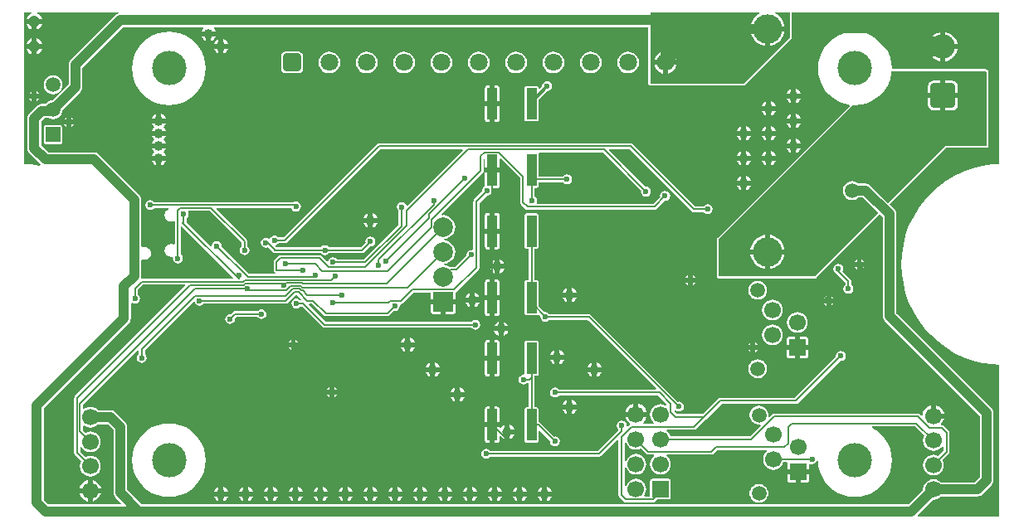
<source format=gbl>
G04 Layer_Physical_Order=2*
G04 Layer_Color=16711680*
%FSLAX25Y25*%
%MOIN*%
G70*
G01*
G75*
%ADD29C,0.07874*%
%ADD32C,0.01181*%
%ADD33C,0.00787*%
%ADD34C,0.03937*%
%ADD39C,0.13780*%
G04:AMPARAMS|DCode=40|XSize=70.87mil|YSize=70.87mil|CornerRadius=8.86mil|HoleSize=0mil|Usage=FLASHONLY|Rotation=0.000|XOffset=0mil|YOffset=0mil|HoleType=Round|Shape=RoundedRectangle|*
%AMROUNDEDRECTD40*
21,1,0.07087,0.05315,0,0,0.0*
21,1,0.05315,0.07087,0,0,0.0*
1,1,0.01772,0.02657,-0.02657*
1,1,0.01772,-0.02657,-0.02657*
1,1,0.01772,-0.02657,0.02657*
1,1,0.01772,0.02657,0.02657*
%
%ADD40ROUNDEDRECTD40*%
%ADD41C,0.07087*%
%ADD42C,0.06693*%
%ADD43R,0.06693X0.06693*%
%ADD44C,0.07874*%
%ADD45R,0.07874X0.07874*%
%ADD46C,0.05905*%
%ADD47R,0.05905X0.05905*%
%ADD48R,0.06693X0.06693*%
%ADD49C,0.05905*%
%ADD50C,0.11811*%
G04:AMPARAMS|DCode=51|XSize=98.42mil|YSize=98.42mil|CornerRadius=12.3mil|HoleSize=0mil|Usage=FLASHONLY|Rotation=90.000|XOffset=0mil|YOffset=0mil|HoleType=Round|Shape=RoundedRectangle|*
%AMROUNDEDRECTD51*
21,1,0.09842,0.07382,0,0,90.0*
21,1,0.07382,0.09842,0,0,90.0*
1,1,0.02461,0.03691,0.03691*
1,1,0.02461,0.03691,-0.03691*
1,1,0.02461,-0.03691,-0.03691*
1,1,0.02461,-0.03691,0.03691*
%
%ADD51ROUNDEDRECTD51*%
%ADD52C,0.09842*%
%ADD53C,0.04724*%
%ADD54C,0.03937*%
%ADD55C,0.02362*%
%ADD56R,0.03937X0.12598*%
G36*
X387538Y179538D02*
X387500Y179500D01*
Y150000D01*
X371000D01*
X347966Y126965D01*
X340966Y133966D01*
X340390Y134407D01*
X339719Y134685D01*
X339000Y134780D01*
X336021D01*
X335386Y135267D01*
X334476Y135644D01*
X333500Y135772D01*
X332524Y135644D01*
X331614Y135267D01*
X330833Y134668D01*
X330233Y133886D01*
X329856Y132976D01*
X329728Y132000D01*
X329856Y131024D01*
X330233Y130114D01*
X330833Y129332D01*
X331614Y128733D01*
X332524Y128356D01*
X333500Y128228D01*
X334476Y128356D01*
X335386Y128733D01*
X336021Y129220D01*
X337849D01*
X344035Y123035D01*
X318500Y97500D01*
X280000D01*
Y112500D01*
X333855Y166355D01*
X334646Y166293D01*
X336962Y166475D01*
X339222Y167018D01*
X341369Y167907D01*
X343350Y169121D01*
X345117Y170631D01*
X346627Y172398D01*
X347841Y174379D01*
X348730Y176526D01*
X349273Y178786D01*
X349368Y180000D01*
X387347D01*
X387538Y179538D01*
D02*
G37*
G36*
X65603Y93753D02*
X21321Y49470D01*
X21060Y49080D01*
X20968Y48619D01*
X20968Y48619D01*
Y26485D01*
X20968Y26485D01*
X21060Y26024D01*
X21321Y25634D01*
X23837Y23117D01*
X23472Y22237D01*
X23330Y21158D01*
X23472Y20078D01*
X23889Y19073D01*
X24552Y18209D01*
X25415Y17547D01*
X26421Y17130D01*
X27500Y16988D01*
X28579Y17130D01*
X29585Y17547D01*
X30448Y18209D01*
X31111Y19073D01*
X31527Y20078D01*
X31670Y21158D01*
X31527Y22237D01*
X31111Y23242D01*
X30448Y24106D01*
X29585Y24768D01*
X28579Y25185D01*
X27500Y25327D01*
X26421Y25185D01*
X25540Y24820D01*
X23377Y26984D01*
Y28846D01*
X23877Y28945D01*
X23889Y28915D01*
X24552Y28052D01*
X25415Y27389D01*
X26421Y26973D01*
X27500Y26831D01*
X28579Y26973D01*
X29585Y27389D01*
X30448Y28052D01*
X31111Y28915D01*
X31527Y29921D01*
X31670Y31000D01*
X31527Y32079D01*
X31111Y33085D01*
X30448Y33948D01*
X29585Y34611D01*
X28579Y35028D01*
X27500Y35170D01*
X26421Y35028D01*
X25540Y34663D01*
X24564Y35639D01*
Y37319D01*
X25012Y37541D01*
X25415Y37232D01*
X26421Y36815D01*
X27500Y36673D01*
X28579Y36815D01*
X29585Y37232D01*
X30448Y37894D01*
X30578Y38063D01*
X34506D01*
X36720Y35849D01*
Y10500D01*
X36815Y9781D01*
X37093Y9110D01*
X37534Y8535D01*
X39827Y6242D01*
X39636Y5780D01*
X10651D01*
X8780Y7651D01*
Y44349D01*
X42988Y78557D01*
X43430Y79133D01*
X43708Y79803D01*
X43802Y80523D01*
Y86666D01*
X44302Y86933D01*
X44732Y86646D01*
X45500Y86493D01*
X46268Y86646D01*
X46919Y87081D01*
X47354Y87732D01*
X47507Y88500D01*
X47354Y89268D01*
X46919Y89919D01*
X46704Y90063D01*
Y92148D01*
X48771Y94215D01*
X65412D01*
X65603Y93753D01*
D02*
G37*
G36*
X392697Y142716D02*
X389741Y142571D01*
X385819Y141989D01*
X381973Y141025D01*
X378239Y139690D01*
X374655Y137994D01*
X371254Y135956D01*
X368070Y133594D01*
X365132Y130931D01*
X362469Y127994D01*
X360107Y124809D01*
X358069Y121408D01*
X356373Y117824D01*
X355038Y114091D01*
X354074Y110244D01*
X353492Y106322D01*
X353298Y102362D01*
X353492Y98402D01*
X354074Y94480D01*
X355038Y90634D01*
X356373Y86901D01*
X358069Y83316D01*
X360107Y79915D01*
X362469Y76731D01*
X365132Y73793D01*
X368070Y71130D01*
X371254Y68768D01*
X374655Y66730D01*
X378239Y65035D01*
X381973Y63699D01*
X385819Y62735D01*
X389741Y62154D01*
X392697Y62008D01*
Y1003D01*
X359972D01*
X359765Y1503D01*
X365931Y7669D01*
X366142Y7642D01*
X367221Y7784D01*
X368227Y8200D01*
X369090Y8863D01*
X369219Y9031D01*
X383811D01*
X384530Y9126D01*
X385201Y9404D01*
X385777Y9846D01*
X389465Y13534D01*
X389907Y14110D01*
X390185Y14781D01*
X390280Y15500D01*
Y42500D01*
X390185Y43219D01*
X389907Y43890D01*
X389465Y44466D01*
X351280Y82651D01*
Y122500D01*
X351185Y123219D01*
X350907Y123890D01*
X350465Y124466D01*
X348533Y126398D01*
X371333Y149197D01*
X387500D01*
X387807Y149258D01*
X388068Y149432D01*
X388242Y149693D01*
X388303Y150000D01*
Y179347D01*
X388341Y179538D01*
X388280Y179845D01*
X388280Y179845D01*
X388088Y180307D01*
X388088Y180307D01*
X387914Y180568D01*
X387654Y180742D01*
X387347Y180803D01*
X349732D01*
X349455Y181102D01*
X349273Y183419D01*
X348730Y185679D01*
X347841Y187826D01*
X346627Y189807D01*
X345117Y191574D01*
X343350Y193083D01*
X341369Y194298D01*
X339222Y195187D01*
X336962Y195729D01*
X334646Y195912D01*
X332329Y195729D01*
X330069Y195187D01*
X327922Y194298D01*
X325941Y193083D01*
X324174Y191574D01*
X322665Y189807D01*
X321450Y187826D01*
X320561Y185679D01*
X320019Y183419D01*
X319836Y181102D01*
X320019Y178786D01*
X320561Y176526D01*
X321450Y174379D01*
X322665Y172398D01*
X324174Y170631D01*
X325941Y169121D01*
X327922Y167907D01*
X330069Y167018D01*
X332171Y166513D01*
X332380Y166016D01*
X279432Y113068D01*
X279258Y112807D01*
X279197Y112500D01*
Y97500D01*
X279258Y97193D01*
X279432Y96932D01*
X279693Y96758D01*
X280000Y96697D01*
X318500D01*
X318807Y96758D01*
X319068Y96932D01*
X319068Y96932D01*
X344602Y122467D01*
X345720Y121349D01*
Y81500D01*
X345815Y80781D01*
X346093Y80110D01*
X346534Y79535D01*
X384720Y41349D01*
Y16651D01*
X382660Y14591D01*
X369219D01*
X369090Y14759D01*
X368227Y15422D01*
X367221Y15838D01*
X366142Y15981D01*
X365063Y15838D01*
X364057Y15422D01*
X363193Y14759D01*
X362531Y13896D01*
X362114Y12890D01*
X361972Y11811D01*
X362000Y11600D01*
X356179Y5780D01*
X48151D01*
X42280Y11651D01*
Y37000D01*
X42185Y37719D01*
X41907Y38390D01*
X41465Y38965D01*
X37623Y42808D01*
X37047Y43250D01*
X36377Y43527D01*
X35658Y43622D01*
X30578D01*
X30448Y43791D01*
X29585Y44453D01*
X28579Y44870D01*
X27500Y45012D01*
X26421Y44870D01*
X25415Y44453D01*
X25012Y44144D01*
X24564Y44366D01*
Y45827D01*
X46506Y67769D01*
X46968Y67578D01*
Y66282D01*
X46753Y66138D01*
X46318Y65487D01*
X46165Y64719D01*
X46318Y63951D01*
X46753Y63300D01*
X47405Y62865D01*
X48173Y62712D01*
X48941Y62865D01*
X49592Y63300D01*
X50027Y63951D01*
X50180Y64719D01*
X50027Y65487D01*
X49592Y66138D01*
X49377Y66282D01*
Y67895D01*
X68913Y87431D01*
X69455Y87267D01*
X69518Y86951D01*
X69953Y86300D01*
X70604Y85865D01*
X71372Y85712D01*
X72141Y85865D01*
X72792Y86300D01*
X72935Y86515D01*
X105930D01*
X105930Y86515D01*
X106391Y86607D01*
X106781Y86868D01*
X109978Y90065D01*
X110617D01*
X112285Y88396D01*
X112088Y87910D01*
X111748Y87895D01*
X111655Y88033D01*
X111004Y88468D01*
X110236Y88621D01*
X109468Y88468D01*
X108817Y88033D01*
X108382Y87382D01*
X108229Y86614D01*
X108382Y85846D01*
X108817Y85195D01*
X109468Y84760D01*
X110236Y84607D01*
X111004Y84760D01*
X111655Y85195D01*
X111799Y85410D01*
X112479D01*
X120721Y77168D01*
X120721Y77168D01*
X121112Y76907D01*
X121572Y76815D01*
X180610D01*
X180753Y76600D01*
X181404Y76165D01*
X182173Y76012D01*
X182941Y76165D01*
X183592Y76600D01*
X184027Y77251D01*
X184180Y78019D01*
X184027Y78787D01*
X183592Y79438D01*
X182941Y79873D01*
X182173Y80026D01*
X181404Y79873D01*
X180753Y79438D01*
X180610Y79223D01*
X122071D01*
X115242Y86053D01*
X115433Y86515D01*
X116507D01*
X121196Y81826D01*
X121196Y81826D01*
X121586Y81565D01*
X122047Y81473D01*
X122047Y81473D01*
X146831D01*
X146831Y81473D01*
X147292Y81565D01*
X147682Y81826D01*
X149519Y83662D01*
X149773Y83612D01*
X150541Y83765D01*
X151192Y84200D01*
X151627Y84851D01*
X151780Y85619D01*
X151722Y85908D01*
X152133Y86408D01*
X152365D01*
X152365Y86408D01*
X152826Y86499D01*
X153217Y86760D01*
X157371Y90915D01*
X164335D01*
Y88346D01*
X169291D01*
X174248D01*
Y91083D01*
X174524Y91268D01*
X183399Y100142D01*
X183399Y100142D01*
X183660Y100533D01*
X183752Y100994D01*
Y127095D01*
X186719Y130062D01*
X186972Y130012D01*
X187741Y130165D01*
X188392Y130600D01*
X188827Y131251D01*
X188980Y132019D01*
X188916Y132339D01*
X189326Y132839D01*
X190945D01*
X191335Y132916D01*
X191666Y133137D01*
X191887Y133468D01*
X191964Y133858D01*
Y139173D01*
X188976D01*
X185988D01*
Y133858D01*
X186011Y133744D01*
X185553Y133438D01*
X185118Y132787D01*
X184966Y132019D01*
X185016Y131765D01*
X181696Y128445D01*
X181435Y128055D01*
X181343Y127594D01*
X181343Y127594D01*
Y108483D01*
X180843Y108072D01*
X180572Y108126D01*
X179805Y107973D01*
X179153Y107538D01*
X178718Y106887D01*
X178566Y106119D01*
X178616Y105866D01*
X174174Y101423D01*
X172148D01*
X172148Y101423D01*
X171840Y101362D01*
X171674Y101489D01*
X170525Y101965D01*
X169423Y102110D01*
Y102614D01*
X170525Y102760D01*
X171674Y103235D01*
X172661Y103993D01*
X173418Y104980D01*
X173894Y106129D01*
X174056Y107362D01*
X173894Y108596D01*
X173418Y109745D01*
X172661Y110732D01*
X171674Y111489D01*
X170525Y111965D01*
X169423Y112110D01*
Y112614D01*
X170525Y112759D01*
X171674Y113235D01*
X172661Y113993D01*
X173418Y114980D01*
X173894Y116129D01*
X174056Y117362D01*
X173894Y118596D01*
X173418Y119745D01*
X172661Y120732D01*
X171674Y121489D01*
X170525Y121965D01*
X169291Y122127D01*
X168745Y122055D01*
X168511Y122529D01*
X185131Y139148D01*
X185131Y139148D01*
X185392Y139539D01*
X185484Y140000D01*
X185484Y140000D01*
Y144800D01*
X185488Y144803D01*
X185988Y144536D01*
Y141142D01*
X188976D01*
X191964D01*
Y144602D01*
X192426Y144794D01*
X200118Y137102D01*
Y127269D01*
X200118Y127269D01*
X200210Y126808D01*
X200471Y126418D01*
X202240Y124648D01*
X202240Y124648D01*
X202631Y124387D01*
X203092Y124296D01*
X203092Y124296D01*
X254053D01*
X254053Y124296D01*
X254514Y124387D01*
X254905Y124648D01*
X258119Y127862D01*
X258372Y127812D01*
X259141Y127965D01*
X259792Y128400D01*
X260227Y129051D01*
X260380Y129819D01*
X260227Y130587D01*
X259792Y131238D01*
X259141Y131673D01*
X258372Y131826D01*
X257605Y131673D01*
X256953Y131238D01*
X256518Y130587D01*
X256365Y129819D01*
X256416Y129566D01*
X253555Y126704D01*
X207032D01*
X206796Y127145D01*
X206854Y127232D01*
X207007Y128000D01*
X206854Y128768D01*
X206419Y129419D01*
X205929Y129747D01*
Y133055D01*
X206693D01*
X207000Y133117D01*
X207260Y133291D01*
X207435Y133551D01*
X207496Y133858D01*
Y135296D01*
X217437D01*
X217581Y135081D01*
X218232Y134646D01*
X219000Y134493D01*
X219768Y134646D01*
X220419Y135081D01*
X220854Y135732D01*
X221007Y136500D01*
X220854Y137268D01*
X220419Y137919D01*
X219768Y138354D01*
X219000Y138507D01*
X218232Y138354D01*
X217581Y137919D01*
X217437Y137704D01*
X207496D01*
Y146457D01*
X207440Y146734D01*
X207440Y146774D01*
X207722Y147234D01*
X233355D01*
X248716Y131873D01*
X248665Y131619D01*
X248818Y130851D01*
X249253Y130200D01*
X249904Y129765D01*
X250673Y129612D01*
X251441Y129765D01*
X252092Y130200D01*
X252527Y130851D01*
X252680Y131619D01*
X252527Y132387D01*
X252092Y133038D01*
X251441Y133473D01*
X250673Y133626D01*
X250419Y133576D01*
X235835Y148159D01*
X236027Y148621D01*
X244129D01*
X269102Y123649D01*
X269102Y123649D01*
X269493Y123387D01*
X269953Y123296D01*
X269953Y123296D01*
X273937D01*
X274081Y123081D01*
X274732Y122646D01*
X275500Y122493D01*
X276268Y122646D01*
X276919Y123081D01*
X277354Y123732D01*
X277507Y124500D01*
X277354Y125268D01*
X276919Y125919D01*
X276268Y126354D01*
X275500Y126507D01*
X274732Y126354D01*
X274081Y125919D01*
X273937Y125704D01*
X270452D01*
X245479Y150677D01*
X245089Y150938D01*
X244628Y151030D01*
X244628Y151030D01*
X143419D01*
X143419Y151030D01*
X142958Y150938D01*
X142567Y150677D01*
X142567Y150677D01*
X105094Y113204D01*
X103063D01*
X102919Y113419D01*
X102268Y113854D01*
X101500Y114007D01*
X100732Y113854D01*
X100081Y113419D01*
X99646Y112768D01*
X99108Y112627D01*
X98768Y112854D01*
X98000Y113007D01*
X97232Y112854D01*
X96581Y112419D01*
X96146Y111768D01*
X95993Y111000D01*
X96146Y110232D01*
X96581Y109581D01*
X97232Y109146D01*
X98000Y108993D01*
X98768Y109146D01*
X98873Y109216D01*
X100608Y107480D01*
X100697Y107353D01*
X100821Y107168D01*
X100831Y107161D01*
X100838Y107150D01*
X101026Y107030D01*
X101212Y106906D01*
X101224Y106904D01*
X101234Y106897D01*
X101454Y106858D01*
X101672Y106815D01*
X120210D01*
X120353Y106600D01*
X121004Y106165D01*
X121773Y106012D01*
X122541Y106165D01*
X123192Y106600D01*
X123335Y106815D01*
X136672D01*
X136672Y106815D01*
X137133Y106906D01*
X137524Y107168D01*
X139874Y109518D01*
X140000Y109493D01*
X140768Y109646D01*
X141419Y110081D01*
X141854Y110732D01*
X142007Y111500D01*
X141854Y112268D01*
X141419Y112919D01*
X140768Y113354D01*
X140000Y113507D01*
X139232Y113354D01*
X138581Y112919D01*
X138146Y112268D01*
X137993Y111500D01*
X138069Y111118D01*
X136174Y109223D01*
X123335D01*
X123192Y109438D01*
X122541Y109873D01*
X121773Y110026D01*
X121004Y109873D01*
X120353Y109438D01*
X120210Y109223D01*
X102271D01*
X101876Y109618D01*
X102022Y110097D01*
X102268Y110146D01*
X102919Y110581D01*
X103063Y110796D01*
X105593D01*
X105593Y110796D01*
X106054Y110887D01*
X106445Y111149D01*
X143918Y148621D01*
X176899D01*
X177091Y148159D01*
X154964Y126032D01*
X154473Y126120D01*
X154421Y126196D01*
X153992Y126838D01*
X153341Y127273D01*
X152573Y127426D01*
X151804Y127273D01*
X151153Y126838D01*
X150718Y126187D01*
X150566Y125419D01*
X150718Y124651D01*
X151153Y124000D01*
X151368Y123856D01*
Y118218D01*
X137524Y104373D01*
X126561D01*
X126417Y104588D01*
X125766Y105023D01*
X124998Y105176D01*
X124230Y105023D01*
X123579Y104588D01*
X123144Y103937D01*
X123098Y103704D01*
X122555Y103540D01*
X120474Y105621D01*
X120083Y105882D01*
X119623Y105973D01*
X119623Y105973D01*
X103823D01*
X103823Y105973D01*
X103362Y105882D01*
X102971Y105621D01*
X101521Y104171D01*
X101260Y103780D01*
X101168Y103319D01*
X101168Y103319D01*
Y99981D01*
X101168Y99981D01*
X101260Y99520D01*
X101521Y99130D01*
X101621Y99030D01*
X101743Y98948D01*
X101592Y98448D01*
X91247D01*
X80229Y109466D01*
X80280Y109719D01*
X80127Y110487D01*
X79692Y111138D01*
X79041Y111573D01*
X78272Y111726D01*
X77504Y111573D01*
X76853Y111138D01*
X76418Y110487D01*
X76296Y109871D01*
X75808Y109652D01*
X66178Y119281D01*
X66204Y119411D01*
X66204Y119411D01*
Y120937D01*
X66419Y121081D01*
X66854Y121732D01*
X67007Y122500D01*
X66854Y123268D01*
X66800Y123349D01*
X67036Y123790D01*
X75499D01*
X88296Y110993D01*
Y109563D01*
X88081Y109419D01*
X87646Y108768D01*
X87493Y108000D01*
X87646Y107232D01*
X88081Y106581D01*
X88732Y106146D01*
X89500Y105993D01*
X90268Y106146D01*
X90919Y106581D01*
X91354Y107232D01*
X91507Y108000D01*
X91354Y108768D01*
X90919Y109419D01*
X90704Y109563D01*
Y111492D01*
X90704Y111492D01*
X90613Y111952D01*
X90351Y112343D01*
X78180Y124515D01*
X78371Y124977D01*
X108223D01*
X108256Y124813D01*
X108691Y124162D01*
X109342Y123727D01*
X110110Y123574D01*
X110878Y123727D01*
X111529Y124162D01*
X111964Y124813D01*
X112117Y125582D01*
X111964Y126349D01*
X111529Y127001D01*
X110878Y127436D01*
X110110Y127589D01*
X109342Y127436D01*
X109267Y127385D01*
X53135D01*
X52992Y127601D01*
X52341Y128036D01*
X51573Y128188D01*
X50805Y128036D01*
X50153Y127601D01*
X49718Y126949D01*
X49566Y126181D01*
X49718Y125413D01*
X50153Y124762D01*
X50805Y124327D01*
X51573Y124174D01*
X52341Y124327D01*
X52992Y124762D01*
X53135Y124977D01*
X58799D01*
X58899Y124477D01*
X58768Y124423D01*
X58182Y124031D01*
X57961Y123810D01*
X57569Y123224D01*
X57449Y122935D01*
Y122934D01*
X57312Y122243D01*
X57312Y122243D01*
Y122164D01*
X57296Y122087D01*
X57312Y122009D01*
Y121930D01*
X57312Y121930D01*
X57449Y121239D01*
Y121239D01*
X57569Y120949D01*
X57961Y120363D01*
X58182Y120142D01*
X58768Y119750D01*
X59058Y119630D01*
X59058D01*
X59749Y119493D01*
X59749Y119493D01*
X59905D01*
X60062D01*
X60062Y119493D01*
X60753Y119630D01*
X60753D01*
X60968Y119719D01*
X61468Y119523D01*
Y110478D01*
X60968Y110281D01*
X60753Y110370D01*
X60753D01*
X60062Y110507D01*
X60062Y110507D01*
X59905D01*
X59749D01*
X59749Y110507D01*
X59058Y110370D01*
X59058D01*
X58768Y110250D01*
X58182Y109858D01*
X57961Y109637D01*
X57569Y109051D01*
X57449Y108761D01*
Y108761D01*
X57312Y108070D01*
X57312Y108070D01*
Y107991D01*
X57296Y107913D01*
X57312Y107836D01*
Y107757D01*
X57312Y107757D01*
X57449Y107066D01*
Y107066D01*
X57569Y106776D01*
X57961Y106190D01*
X58182Y105969D01*
X58768Y105577D01*
X59058Y105457D01*
X59058D01*
X59749Y105320D01*
X59749Y105320D01*
X59905D01*
X60062D01*
X60062Y105320D01*
X60284Y105364D01*
X60709Y104939D01*
X60666Y104719D01*
X60818Y103951D01*
X61253Y103300D01*
X61905Y102865D01*
X62673Y102712D01*
X63441Y102865D01*
X64092Y103300D01*
X64527Y103951D01*
X64680Y104719D01*
X64527Y105487D01*
X64092Y106138D01*
X63877Y106282D01*
Y117523D01*
X64339Y117715D01*
X84968Y97085D01*
X84777Y96623D01*
X48272D01*
X48237Y96616D01*
X48076Y96733D01*
X47837Y97047D01*
X47915Y97635D01*
Y103966D01*
X48415Y104281D01*
X48428Y104276D01*
X48428D01*
X49119Y104139D01*
X49119Y104139D01*
X49275D01*
X49432D01*
X49432Y104139D01*
X50123Y104276D01*
X50123D01*
X50413Y104396D01*
X50999Y104788D01*
X51220Y105009D01*
X51612Y105595D01*
X51732Y105884D01*
Y105884D01*
X51869Y106576D01*
X51869Y106576D01*
Y106655D01*
X51885Y106732D01*
X51869Y106810D01*
Y106889D01*
X51869Y106889D01*
X51732Y107580D01*
Y107580D01*
X51612Y107870D01*
X51220Y108456D01*
X50999Y108677D01*
X50413Y109069D01*
X50123Y109189D01*
X50123D01*
X49432Y109326D01*
X49432Y109326D01*
X49275D01*
X49119D01*
X49119Y109326D01*
X48428Y109189D01*
X48428D01*
X48415Y109183D01*
X47915Y109499D01*
Y128365D01*
X47820Y129084D01*
X47543Y129754D01*
X47101Y130330D01*
X30966Y146466D01*
X30390Y146907D01*
X29719Y147185D01*
X29000Y147280D01*
X10651D01*
X7780Y150151D01*
Y159849D01*
X9151Y161220D01*
X10644D01*
X11524Y160856D01*
X12500Y160728D01*
X13476Y160856D01*
X14386Y161233D01*
X15167Y161833D01*
X15767Y162614D01*
X16144Y163524D01*
X16248Y164317D01*
X23465Y171535D01*
X23907Y172110D01*
X24185Y172781D01*
X24280Y173500D01*
Y181349D01*
X40651Y197720D01*
X72848D01*
X73017Y197220D01*
X72883Y197117D01*
X72407Y196497D01*
X72195Y195984D01*
X77805D01*
X77593Y196497D01*
X77117Y197117D01*
X76983Y197220D01*
X77152Y197720D01*
X251697D01*
Y175000D01*
X251758Y174693D01*
X251932Y174432D01*
X252193Y174258D01*
X252500Y174197D01*
X289761D01*
X289761Y174197D01*
X290068Y174258D01*
X290329Y174432D01*
X290329Y174432D01*
X309068Y193171D01*
X309242Y193432D01*
X309303Y193739D01*
Y203721D01*
X392697D01*
Y142716D01*
D02*
G37*
G36*
X39053Y203221D02*
X38781Y203185D01*
X38110Y202907D01*
X37534Y202466D01*
X19534Y184466D01*
X19093Y183890D01*
X18815Y183219D01*
X18720Y182500D01*
Y174652D01*
X12317Y168248D01*
X11524Y168144D01*
X10614Y167767D01*
X9832Y167168D01*
X9535Y166780D01*
X8000D01*
X7281Y166685D01*
X6610Y166407D01*
X6035Y165965D01*
X3035Y162966D01*
X2593Y162390D01*
X2315Y161719D01*
X2220Y161000D01*
Y149000D01*
X2315Y148281D01*
X2593Y147610D01*
X3035Y147035D01*
X7521Y142548D01*
X7520Y142505D01*
X7315Y142073D01*
X3960Y142571D01*
X1003Y142716D01*
Y203721D01*
X3890D01*
X3990Y203221D01*
X3304Y202937D01*
X2602Y202398D01*
X2063Y201696D01*
X1768Y200984D01*
X5000D01*
X8231D01*
X7937Y201696D01*
X7398Y202398D01*
X6696Y202937D01*
X6010Y203221D01*
X6110Y203721D01*
X39020D01*
X39053Y203221D01*
D02*
G37*
G36*
X308500Y193739D02*
X289761Y175000D01*
X252500D01*
Y203721D01*
X296364D01*
X296489Y203221D01*
X295645Y202770D01*
X294593Y201907D01*
X293730Y200855D01*
X293089Y199655D01*
X292694Y198354D01*
X292658Y197984D01*
X299500D01*
X306342D01*
X306306Y198354D01*
X305911Y199655D01*
X305269Y200855D01*
X304406Y201907D01*
X303355Y202770D01*
X302511Y203221D01*
X302636Y203721D01*
X308500D01*
Y193739D01*
D02*
G37*
%LPC*%
G36*
X306342Y106331D02*
X300484D01*
Y100473D01*
X300854Y100510D01*
X302155Y100904D01*
X303355Y101546D01*
X304406Y102409D01*
X305269Y103460D01*
X305911Y104660D01*
X306306Y105961D01*
X306342Y106331D01*
D02*
G37*
G36*
X298516D02*
X292658D01*
X292694Y105961D01*
X293089Y104660D01*
X293730Y103460D01*
X294593Y102409D01*
X295645Y101546D01*
X296845Y100904D01*
X298146Y100510D01*
X298516Y100473D01*
Y106331D01*
D02*
G37*
G36*
Y114157D02*
X298146Y114121D01*
X296845Y113726D01*
X295645Y113085D01*
X294593Y112222D01*
X293730Y111170D01*
X293089Y109970D01*
X292694Y108669D01*
X292658Y108299D01*
X298516D01*
Y114157D01*
D02*
G37*
G36*
X300484D02*
Y108299D01*
X306342D01*
X306306Y108669D01*
X305911Y109970D01*
X305269Y111170D01*
X304406Y112222D01*
X303355Y113085D01*
X302155Y113726D01*
X300854Y114121D01*
X300484Y114157D01*
D02*
G37*
G36*
X375965Y169173D02*
X370984D01*
Y164192D01*
X373691D01*
X374561Y164366D01*
X375299Y164859D01*
X375792Y165596D01*
X375965Y166466D01*
Y169173D01*
D02*
G37*
G36*
X369016D02*
X364035D01*
Y166466D01*
X364208Y165596D01*
X364701Y164859D01*
X365439Y164366D01*
X366309Y164192D01*
X369016D01*
Y169173D01*
D02*
G37*
G36*
X373691Y176122D02*
X370984D01*
Y171142D01*
X375965D01*
Y173848D01*
X375792Y174719D01*
X375299Y175456D01*
X374561Y175949D01*
X373691Y176122D01*
D02*
G37*
G36*
X369016D02*
X366309D01*
X365439Y175949D01*
X364701Y175456D01*
X364208Y174719D01*
X364035Y173848D01*
Y171142D01*
X369016D01*
Y176122D01*
D02*
G37*
G36*
X31754Y10331D02*
X28484D01*
Y7061D01*
X28635Y7080D01*
X29692Y7518D01*
X30600Y8215D01*
X31297Y9123D01*
X31734Y10180D01*
X31754Y10331D01*
D02*
G37*
G36*
X26516D02*
X23246D01*
X23265Y10180D01*
X23703Y9123D01*
X24400Y8215D01*
X25308Y7518D01*
X26365Y7080D01*
X26516Y7061D01*
Y10331D01*
D02*
G37*
G36*
X28484Y15569D02*
Y12299D01*
X31754D01*
X31734Y12449D01*
X31297Y13507D01*
X30600Y14415D01*
X29692Y15112D01*
X28635Y15550D01*
X28484Y15569D01*
D02*
G37*
G36*
X26516D02*
X26365Y15550D01*
X25308Y15112D01*
X24400Y14415D01*
X23703Y13507D01*
X23265Y12449D01*
X23246Y12299D01*
X26516D01*
Y15569D01*
D02*
G37*
G36*
X292688Y70985D02*
X292100Y70592D01*
X291707Y70003D01*
X292688D01*
Y70985D01*
D02*
G37*
G36*
X294657D02*
Y70003D01*
X295638D01*
X295245Y70592D01*
X294657Y70985D01*
D02*
G37*
G36*
X155984Y72805D02*
Y70984D01*
X157805D01*
X157593Y71497D01*
X157117Y72117D01*
X156497Y72593D01*
X155984Y72805D01*
D02*
G37*
G36*
X154016D02*
X153503Y72593D01*
X152883Y72117D01*
X152407Y71497D01*
X152195Y70984D01*
X154016D01*
Y72805D01*
D02*
G37*
G36*
X111005Y69055D02*
X110024D01*
Y68074D01*
X110612Y68467D01*
X111005Y69055D01*
D02*
G37*
G36*
X108055D02*
X107074D01*
X107467Y68467D01*
X108055Y68074D01*
Y69055D01*
D02*
G37*
G36*
X301500Y78170D02*
X300421Y78027D01*
X299415Y77611D01*
X298552Y76948D01*
X297889Y76085D01*
X297473Y75079D01*
X297330Y74000D01*
X297473Y72921D01*
X297889Y71915D01*
X298552Y71052D01*
X299415Y70389D01*
X300421Y69973D01*
X301500Y69831D01*
X302579Y69973D01*
X303585Y70389D01*
X304448Y71052D01*
X305111Y71915D01*
X305527Y72921D01*
X305669Y74000D01*
X305527Y75079D01*
X305111Y76085D01*
X304448Y76948D01*
X303585Y77611D01*
X302579Y78027D01*
X301500Y78170D01*
D02*
G37*
G36*
X314846Y73366D02*
X312484D01*
Y69984D01*
X315866D01*
Y72347D01*
X315788Y72737D01*
X315567Y73067D01*
X315237Y73289D01*
X314846Y73366D01*
D02*
G37*
G36*
X310516D02*
X308154D01*
X307763Y73289D01*
X307433Y73067D01*
X307211Y72737D01*
X307134Y72347D01*
Y69984D01*
X310516D01*
Y73366D01*
D02*
G37*
G36*
X193484Y79305D02*
Y77484D01*
X195305D01*
X195093Y77997D01*
X194617Y78617D01*
X193997Y79093D01*
X193484Y79305D01*
D02*
G37*
G36*
X191516D02*
X191003Y79093D01*
X190383Y78617D01*
X189907Y77997D01*
X189695Y77484D01*
X191516D01*
Y79305D01*
D02*
G37*
G36*
X301500Y88170D02*
X300421Y88028D01*
X299415Y87611D01*
X298552Y86948D01*
X297889Y86085D01*
X297473Y85079D01*
X297330Y84000D01*
X297473Y82921D01*
X297889Y81915D01*
X298552Y81052D01*
X299415Y80389D01*
X300421Y79973D01*
X301500Y79831D01*
X302579Y79973D01*
X303585Y80389D01*
X304448Y81052D01*
X305111Y81915D01*
X305527Y82921D01*
X305669Y84000D01*
X305527Y85079D01*
X305111Y86085D01*
X304448Y86948D01*
X303585Y87611D01*
X302579Y88028D01*
X301500Y88170D01*
D02*
G37*
G36*
X191964Y87992D02*
X189961D01*
Y81657D01*
X190945D01*
X191335Y81735D01*
X191666Y81956D01*
X191887Y82287D01*
X191964Y82677D01*
Y87992D01*
D02*
G37*
G36*
X187992D02*
X185988D01*
Y82677D01*
X186066Y82287D01*
X186287Y81956D01*
X186618Y81735D01*
X187008Y81657D01*
X187992D01*
Y87992D01*
D02*
G37*
G36*
X110024Y72005D02*
Y71024D01*
X111005D01*
X110612Y71612D01*
X110024Y72005D01*
D02*
G37*
G36*
X108055D02*
X107467Y71612D01*
X107074Y71024D01*
X108055D01*
Y72005D01*
D02*
G37*
G36*
X191516Y75516D02*
X189695D01*
X189907Y75003D01*
X190383Y74383D01*
X191003Y73907D01*
X191516Y73695D01*
Y75516D01*
D02*
G37*
G36*
X311500Y83170D02*
X310421Y83027D01*
X309415Y82611D01*
X308552Y81948D01*
X307889Y81085D01*
X307472Y80079D01*
X307330Y79000D01*
X307472Y77921D01*
X307889Y76915D01*
X308552Y76052D01*
X309415Y75389D01*
X310421Y74973D01*
X311500Y74831D01*
X312579Y74973D01*
X313585Y75389D01*
X314448Y76052D01*
X315111Y76915D01*
X315527Y77921D01*
X315669Y79000D01*
X315527Y80079D01*
X315111Y81085D01*
X314448Y81948D01*
X313585Y82611D01*
X312579Y83027D01*
X311500Y83170D01*
D02*
G37*
G36*
X195305Y75516D02*
X193484D01*
Y73695D01*
X193997Y73907D01*
X194617Y74383D01*
X195093Y75003D01*
X195305Y75516D01*
D02*
G37*
G36*
X157805Y69016D02*
X155984D01*
Y67195D01*
X156497Y67407D01*
X157117Y67883D01*
X157593Y68503D01*
X157805Y69016D01*
D02*
G37*
G36*
X229016Y62805D02*
X228503Y62593D01*
X227883Y62117D01*
X227407Y61497D01*
X227195Y60984D01*
X229016D01*
Y62805D01*
D02*
G37*
G36*
X165984D02*
Y60984D01*
X167805D01*
X167593Y61497D01*
X167117Y62117D01*
X166497Y62593D01*
X165984Y62805D01*
D02*
G37*
G36*
X230984D02*
Y60984D01*
X232805D01*
X232593Y61497D01*
X232117Y62117D01*
X231497Y62593D01*
X230984Y62805D01*
D02*
G37*
G36*
X217805Y64016D02*
X215984D01*
Y62195D01*
X216497Y62407D01*
X217117Y62883D01*
X217593Y63503D01*
X217805Y64016D01*
D02*
G37*
G36*
X214016D02*
X212195D01*
X212407Y63503D01*
X212883Y62883D01*
X213503Y62407D01*
X214016Y62195D01*
Y64016D01*
D02*
G37*
G36*
X164016Y62805D02*
X163503Y62593D01*
X162883Y62117D01*
X162407Y61497D01*
X162195Y60984D01*
X164016D01*
Y62805D01*
D02*
G37*
G36*
X229016Y59016D02*
X227195D01*
X227407Y58503D01*
X227883Y57883D01*
X228503Y57407D01*
X229016Y57195D01*
Y59016D01*
D02*
G37*
G36*
X167805D02*
X165984D01*
Y57195D01*
X166497Y57407D01*
X167117Y57883D01*
X167593Y58503D01*
X167805Y59016D01*
D02*
G37*
G36*
X232805D02*
X230984D01*
Y57195D01*
X231497Y57407D01*
X232117Y57883D01*
X232593Y58503D01*
X232805Y59016D01*
D02*
G37*
G36*
X191964Y63583D02*
X189961D01*
Y57248D01*
X190945D01*
X191335Y57326D01*
X191666Y57547D01*
X191887Y57877D01*
X191964Y58268D01*
Y63583D01*
D02*
G37*
G36*
X187992D02*
X185988D01*
Y58268D01*
X186066Y57877D01*
X186287Y57547D01*
X186618Y57326D01*
X187008Y57248D01*
X187992D01*
Y63583D01*
D02*
G37*
G36*
X215984Y67805D02*
Y65984D01*
X217805D01*
X217593Y66497D01*
X217117Y67117D01*
X216497Y67593D01*
X215984Y67805D01*
D02*
G37*
G36*
X214016D02*
X213503Y67593D01*
X212883Y67117D01*
X212407Y66497D01*
X212195Y65984D01*
X214016D01*
Y67805D01*
D02*
G37*
G36*
X292688Y68035D02*
X291707D01*
X292100Y67447D01*
X292688Y67054D01*
Y68035D01*
D02*
G37*
G36*
X154016Y69016D02*
X152195D01*
X152407Y68503D01*
X152883Y67883D01*
X153503Y67407D01*
X154016Y67195D01*
Y69016D01*
D02*
G37*
G36*
X295638Y68035D02*
X294657D01*
Y67054D01*
X295245Y67447D01*
X295638Y68035D01*
D02*
G37*
G36*
X190945Y71886D02*
X189961D01*
Y65551D01*
X191964D01*
Y70866D01*
X191887Y71256D01*
X191666Y71587D01*
X191335Y71808D01*
X190945Y71886D01*
D02*
G37*
G36*
X295699Y64152D02*
X295620Y64147D01*
X295594Y64151D01*
X295568Y64147D01*
X295490Y64152D01*
X294719Y64051D01*
X294644Y64025D01*
X294618Y64022D01*
X294594Y64012D01*
X294516Y63997D01*
X293798Y63699D01*
X293732Y63655D01*
X293708Y63645D01*
X293688Y63629D01*
X293617Y63594D01*
X293000Y63121D01*
X292948Y63061D01*
X292927Y63046D01*
X292911Y63025D01*
X292851Y62973D01*
X292378Y62356D01*
X292343Y62285D01*
X292327Y62264D01*
X292317Y62240D01*
X292273Y62174D01*
X291976Y61456D01*
X291960Y61379D01*
X291950Y61354D01*
X291947Y61329D01*
X291922Y61254D01*
X291820Y60483D01*
X291824Y60430D01*
X291813Y60378D01*
X291824Y60326D01*
X291820Y60273D01*
X291922Y59503D01*
X291947Y59428D01*
X291950Y59402D01*
X291960Y59378D01*
X291976Y59300D01*
X292273Y58582D01*
X292317Y58516D01*
X292327Y58492D01*
X292343Y58471D01*
X292378Y58400D01*
X292851Y57783D01*
X292911Y57731D01*
X292927Y57711D01*
X292948Y57695D01*
X293000Y57635D01*
X293617Y57162D01*
X293688Y57127D01*
X293708Y57111D01*
X293732Y57101D01*
X293798Y57057D01*
X294516Y56760D01*
X294594Y56744D01*
X294618Y56734D01*
X294644Y56731D01*
X294719Y56705D01*
X295490Y56604D01*
X295568Y56609D01*
X295594Y56606D01*
X295620Y56609D01*
X295699Y56604D01*
X296470Y56705D01*
X296545Y56731D01*
X296571Y56734D01*
X296595Y56744D01*
X296672Y56760D01*
X297391Y57057D01*
X297457Y57101D01*
X297481Y57111D01*
X297501Y57127D01*
X297572Y57162D01*
X298189Y57635D01*
X298241Y57695D01*
X298262Y57711D01*
X298278Y57731D01*
X298337Y57783D01*
X298811Y58400D01*
X298846Y58471D01*
X298861Y58492D01*
X298871Y58516D01*
X298915Y58582D01*
X299213Y59300D01*
X299228Y59378D01*
X299238Y59402D01*
X299242Y59428D01*
X299267Y59503D01*
X299369Y60273D01*
X299365Y60326D01*
X299375Y60378D01*
X299365Y60430D01*
X299369Y60483D01*
X299267Y61254D01*
X299242Y61329D01*
X299238Y61354D01*
X299228Y61379D01*
X299213Y61456D01*
X298915Y62174D01*
X298871Y62240D01*
X298861Y62264D01*
X298846Y62285D01*
X298811Y62356D01*
X298337Y62973D01*
X298278Y63025D01*
X298262Y63046D01*
X298241Y63061D01*
X298189Y63121D01*
X297572Y63594D01*
X297501Y63629D01*
X297481Y63645D01*
X297457Y63655D01*
X297391Y63699D01*
X296672Y63997D01*
X296595Y64012D01*
X296571Y64022D01*
X296545Y64025D01*
X296470Y64051D01*
X295699Y64152D01*
D02*
G37*
G36*
X206693Y122850D02*
X202756D01*
X202449Y122789D01*
X202188Y122615D01*
X202014Y122354D01*
X201953Y122047D01*
Y109449D01*
X202014Y109142D01*
X202188Y108881D01*
X202449Y108707D01*
X202756Y108646D01*
X203520D01*
Y96078D01*
X202756D01*
X202449Y96017D01*
X202188Y95843D01*
X202014Y95583D01*
X201953Y95275D01*
Y82677D01*
X202014Y82370D01*
X202188Y82109D01*
X202449Y81935D01*
X202756Y81874D01*
X206693D01*
X207000Y81935D01*
X207260Y82109D01*
X207642Y82147D01*
X208316Y81473D01*
X208265Y81219D01*
X208418Y80451D01*
X208853Y79800D01*
X209505Y79365D01*
X210273Y79212D01*
X211041Y79365D01*
X211692Y79800D01*
X211835Y80015D01*
X227274D01*
X254803Y52485D01*
X254612Y52023D01*
X215735D01*
X215592Y52238D01*
X214941Y52673D01*
X214173Y52826D01*
X213404Y52673D01*
X212753Y52238D01*
X212318Y51587D01*
X212165Y50819D01*
X212318Y50051D01*
X212753Y49400D01*
X213404Y48965D01*
X214173Y48812D01*
X214941Y48965D01*
X215592Y49400D01*
X215735Y49615D01*
X255574D01*
X259200Y45989D01*
X259168Y45794D01*
X258626Y45579D01*
X258585Y45611D01*
X257579Y46027D01*
X256500Y46170D01*
X255421Y46027D01*
X254415Y45611D01*
X253552Y44948D01*
X252889Y44085D01*
X252472Y43079D01*
X252330Y42000D01*
X252472Y40921D01*
X252889Y39915D01*
X253552Y39052D01*
X254005Y38704D01*
X253835Y38204D01*
X249628D01*
X249468Y38678D01*
X249758Y38900D01*
X250454Y39808D01*
X250892Y40865D01*
X250912Y41016D01*
X246657D01*
X242403D01*
X242423Y40865D01*
X242861Y39808D01*
X243558Y38900D01*
X244144Y38450D01*
X244148Y37860D01*
X244129Y37832D01*
X243447Y37150D01*
X242986Y37397D01*
X243007Y37500D01*
X242854Y38268D01*
X242419Y38919D01*
X241768Y39354D01*
X241000Y39507D01*
X240232Y39354D01*
X239581Y38919D01*
X239146Y38268D01*
X238993Y37500D01*
X239146Y36732D01*
X239581Y36081D01*
X239490Y35540D01*
X231374Y27423D01*
X188035D01*
X187892Y27638D01*
X187241Y28073D01*
X186472Y28226D01*
X185705Y28073D01*
X185053Y27638D01*
X184618Y26987D01*
X184466Y26219D01*
X184618Y25451D01*
X185053Y24800D01*
X185705Y24365D01*
X186472Y24212D01*
X187241Y24365D01*
X187892Y24800D01*
X188035Y25015D01*
X231873D01*
X231873Y25015D01*
X232333Y25106D01*
X232724Y25368D01*
X239206Y31850D01*
X239668Y31659D01*
Y9519D01*
X239668Y9519D01*
X239760Y9058D01*
X240021Y8668D01*
X241721Y6968D01*
X241721Y6967D01*
X242112Y6707D01*
X242572Y6615D01*
X253472D01*
X253472Y6615D01*
X253933Y6707D01*
X254324Y6967D01*
X255207Y7851D01*
X259846D01*
X260154Y7912D01*
X260414Y8086D01*
X260588Y8346D01*
X260649Y8654D01*
Y15347D01*
X260588Y15654D01*
X260414Y15914D01*
X260154Y16088D01*
X259846Y16149D01*
X253153D01*
X252846Y16088D01*
X252586Y15914D01*
X252412Y15654D01*
X252351Y15347D01*
Y9023D01*
X250214D01*
X249968Y9523D01*
X250268Y9915D01*
X250685Y10921D01*
X250827Y12000D01*
X250685Y13079D01*
X250268Y14085D01*
X249606Y14948D01*
X248742Y15611D01*
X247737Y16027D01*
X246657Y16170D01*
X245578Y16027D01*
X244573Y15611D01*
X243709Y14948D01*
X243047Y14085D01*
X242630Y13079D01*
X242577Y12674D01*
X242077Y12707D01*
Y21293D01*
X242577Y21326D01*
X242630Y20921D01*
X243047Y19915D01*
X243709Y19052D01*
X244573Y18389D01*
X245578Y17973D01*
X246657Y17831D01*
X247737Y17973D01*
X248742Y18389D01*
X249606Y19052D01*
X250268Y19915D01*
X250685Y20921D01*
X250827Y22000D01*
X250685Y23079D01*
X250268Y24085D01*
X249606Y24948D01*
X248742Y25611D01*
X247737Y26028D01*
X246657Y26170D01*
X245578Y26028D01*
X244573Y25611D01*
X243709Y24948D01*
X243047Y24085D01*
X242630Y23079D01*
X242577Y22674D01*
X242077Y22707D01*
Y31293D01*
X242577Y31326D01*
X242630Y30921D01*
X243047Y29915D01*
X243709Y29052D01*
X244573Y28389D01*
X245578Y27973D01*
X246657Y27831D01*
X247737Y27973D01*
X248617Y28337D01*
X250787Y26168D01*
X250787Y26168D01*
X251178Y25907D01*
X251639Y25815D01*
X251639Y25815D01*
X253859D01*
X254029Y25315D01*
X253552Y24948D01*
X252889Y24085D01*
X252472Y23079D01*
X252330Y22000D01*
X252472Y20921D01*
X252889Y19915D01*
X253552Y19052D01*
X254415Y18389D01*
X255421Y17973D01*
X256500Y17831D01*
X257579Y17973D01*
X258585Y18389D01*
X259448Y19052D01*
X260111Y19915D01*
X260527Y20921D01*
X260669Y22000D01*
X260527Y23079D01*
X260111Y24085D01*
X259448Y24948D01*
X258971Y25315D01*
X259140Y25815D01*
X276984D01*
X276984Y25815D01*
X277445Y25907D01*
X277836Y26168D01*
X279383Y27715D01*
X299346D01*
X299516Y27215D01*
X299004Y26822D01*
X298342Y25959D01*
X297925Y24953D01*
X297783Y23874D01*
X297925Y22795D01*
X298342Y21789D01*
X299004Y20926D01*
X299868Y20263D01*
X300874Y19847D01*
X301953Y19705D01*
X303032Y19847D01*
X304037Y20263D01*
X304901Y20926D01*
X305564Y21789D01*
X305980Y22795D01*
X305980Y22796D01*
X307232D01*
X307602Y22296D01*
X307587Y22220D01*
Y19858D01*
X311953D01*
X316319D01*
Y21820D01*
X316493Y21958D01*
X316819Y22128D01*
X317500Y21993D01*
X318268Y22146D01*
X318919Y22581D01*
X319354Y23232D01*
X319362Y23272D01*
X319866Y23242D01*
X320019Y21305D01*
X320561Y19046D01*
X321450Y16899D01*
X322665Y14917D01*
X324174Y13150D01*
X325941Y11641D01*
X327922Y10427D01*
X330069Y9538D01*
X332329Y8995D01*
X334646Y8813D01*
X336962Y8995D01*
X339222Y9538D01*
X341369Y10427D01*
X343350Y11641D01*
X345117Y13150D01*
X346627Y14917D01*
X347841Y16899D01*
X348730Y19046D01*
X349273Y21305D01*
X349455Y23622D01*
X349273Y25939D01*
X348730Y28198D01*
X347841Y30345D01*
X346627Y32327D01*
X345117Y34094D01*
X343350Y35603D01*
X341536Y36715D01*
X341677Y37215D01*
X358720D01*
X362479Y33456D01*
X362114Y32575D01*
X361972Y31496D01*
X362114Y30417D01*
X362531Y29411D01*
X363193Y28548D01*
X364057Y27885D01*
X365063Y27469D01*
X366142Y27327D01*
X367221Y27469D01*
X368227Y27885D01*
X369090Y28548D01*
X369753Y29411D01*
X369796Y29515D01*
X370296Y29416D01*
Y27511D01*
X368101Y25316D01*
X367221Y25681D01*
X366142Y25823D01*
X365063Y25681D01*
X364057Y25264D01*
X363193Y24602D01*
X362531Y23738D01*
X362114Y22733D01*
X361972Y21654D01*
X362114Y20574D01*
X362531Y19569D01*
X363193Y18705D01*
X364057Y18043D01*
X365063Y17626D01*
X366142Y17484D01*
X367221Y17626D01*
X368227Y18043D01*
X369090Y18705D01*
X369753Y19569D01*
X370169Y20574D01*
X370311Y21654D01*
X370169Y22733D01*
X369805Y23613D01*
X372352Y26160D01*
X372352Y26160D01*
X372613Y26551D01*
X372704Y27012D01*
Y34692D01*
X372704Y34692D01*
X372613Y35153D01*
X372352Y35543D01*
X372352Y35543D01*
X370543Y37352D01*
X370152Y37613D01*
X369692Y37704D01*
X369692Y37704D01*
X369323D01*
X369162Y38178D01*
X369242Y38239D01*
X369938Y39147D01*
X370376Y40204D01*
X370396Y40354D01*
X366142D01*
Y41339D01*
X365158D01*
Y45593D01*
X365007Y45573D01*
X363950Y45135D01*
X363042Y44439D01*
X362345Y43531D01*
X361907Y42473D01*
X361797Y41635D01*
X361269Y41455D01*
X360753Y41971D01*
X360363Y42232D01*
X359902Y42323D01*
X359902Y42323D01*
X302119D01*
X301658Y42232D01*
X301268Y41971D01*
X301268Y41971D01*
X300233Y40936D01*
X299759Y41169D01*
X299821Y41643D01*
X299818Y41696D01*
X299828Y41748D01*
X299818Y41800D01*
X299821Y41853D01*
X299720Y42624D01*
X299694Y42699D01*
X299691Y42724D01*
X299681Y42748D01*
X299666Y42826D01*
X299368Y43544D01*
X299324Y43610D01*
X299314Y43634D01*
X299298Y43655D01*
X299263Y43726D01*
X298790Y44343D01*
X298730Y44395D01*
X298715Y44416D01*
X298694Y44431D01*
X298642Y44491D01*
X298025Y44964D01*
X297954Y44999D01*
X297933Y45015D01*
X297909Y45025D01*
X297844Y45069D01*
X297125Y45367D01*
X297048Y45382D01*
X297024Y45392D01*
X296998Y45395D01*
X296923Y45421D01*
X296152Y45522D01*
X296073Y45517D01*
X296047Y45520D01*
X296021Y45517D01*
X295942Y45522D01*
X295171Y45421D01*
X295097Y45395D01*
X295071Y45392D01*
X295047Y45382D01*
X294969Y45367D01*
X294251Y45069D01*
X294185Y45025D01*
X294161Y45015D01*
X294140Y44999D01*
X294069Y44964D01*
X293453Y44491D01*
X293400Y44431D01*
X293380Y44416D01*
X293364Y44395D01*
X293304Y44343D01*
X292831Y43726D01*
X292796Y43655D01*
X292780Y43634D01*
X292770Y43610D01*
X292726Y43544D01*
X292429Y42826D01*
X292413Y42748D01*
X292403Y42724D01*
X292400Y42699D01*
X292374Y42624D01*
X292273Y41853D01*
X292276Y41800D01*
X292266Y41748D01*
X292276Y41696D01*
X292273Y41643D01*
X292374Y40872D01*
X292400Y40798D01*
X292403Y40772D01*
X292413Y40748D01*
X292429Y40670D01*
X292726Y39952D01*
X292770Y39886D01*
X292780Y39862D01*
X292796Y39841D01*
X292831Y39770D01*
X293304Y39153D01*
X293364Y39101D01*
X293380Y39081D01*
X293400Y39065D01*
X293453Y39005D01*
X294069Y38532D01*
X294140Y38497D01*
X294161Y38481D01*
X294185Y38471D01*
X294251Y38427D01*
X294969Y38130D01*
X295047Y38114D01*
X295071Y38104D01*
X295097Y38101D01*
X295171Y38075D01*
X295942Y37974D01*
X296021Y37979D01*
X296047Y37976D01*
X296073Y37979D01*
X296152Y37974D01*
X296626Y38036D01*
X296860Y37563D01*
X292501Y33204D01*
X260476D01*
X260111Y34085D01*
X259448Y34948D01*
X258996Y35296D01*
X259165Y35796D01*
X270000D01*
X270000Y35796D01*
X270461Y35887D01*
X270851Y36149D01*
X274663Y39960D01*
X274824Y40067D01*
X281052Y46296D01*
X310953D01*
X310953Y46296D01*
X311414Y46387D01*
X311805Y46648D01*
X328719Y63563D01*
X328973Y63512D01*
X329741Y63665D01*
X330392Y64100D01*
X330827Y64751D01*
X330980Y65519D01*
X330827Y66287D01*
X330392Y66938D01*
X329741Y67373D01*
X328973Y67526D01*
X328204Y67373D01*
X327553Y66938D01*
X327118Y66287D01*
X326965Y65519D01*
X327016Y65266D01*
X310455Y48704D01*
X280554D01*
X280554Y48704D01*
X280093Y48613D01*
X279702Y48351D01*
X279702Y48351D01*
X273474Y42123D01*
X263071D01*
X262009Y43185D01*
X262045Y43417D01*
X262162Y43498D01*
X262581Y43614D01*
X263105Y43265D01*
X263873Y43112D01*
X264641Y43265D01*
X265292Y43700D01*
X265727Y44351D01*
X265880Y45119D01*
X265727Y45887D01*
X265292Y46538D01*
X264641Y46973D01*
X263873Y47126D01*
X263619Y47076D01*
X228624Y82071D01*
X228233Y82332D01*
X227772Y82423D01*
X227772Y82423D01*
X211835D01*
X211692Y82638D01*
X211041Y83073D01*
X210273Y83226D01*
X210019Y83176D01*
X207496Y85699D01*
Y95275D01*
X207435Y95583D01*
X207260Y95843D01*
X207000Y96017D01*
X206693Y96078D01*
X205929D01*
Y108646D01*
X206693D01*
X207000Y108707D01*
X207260Y108881D01*
X207435Y109142D01*
X207496Y109449D01*
Y122047D01*
X207435Y122354D01*
X207260Y122615D01*
X207000Y122789D01*
X206693Y122850D01*
D02*
G37*
G36*
X310516Y68016D02*
X307134D01*
Y65654D01*
X307211Y65263D01*
X307433Y64933D01*
X307763Y64712D01*
X308154Y64634D01*
X310516D01*
Y68016D01*
D02*
G37*
G36*
X187992Y71886D02*
X187008D01*
X186618Y71808D01*
X186287Y71587D01*
X186066Y71256D01*
X185988Y70866D01*
Y65551D01*
X187992D01*
Y71886D01*
D02*
G37*
G36*
X315866Y68016D02*
X312484D01*
Y64634D01*
X314846D01*
X315237Y64712D01*
X315567Y64933D01*
X315788Y65263D01*
X315866Y65654D01*
Y68016D01*
D02*
G37*
G36*
X168307Y86378D02*
X164335D01*
Y83425D01*
X164412Y83035D01*
X164633Y82704D01*
X164964Y82483D01*
X165354Y82406D01*
X168307D01*
Y86378D01*
D02*
G37*
G36*
X190016Y104305D02*
X189503Y104093D01*
X188883Y103617D01*
X188407Y102997D01*
X188195Y102484D01*
X190016D01*
Y104305D01*
D02*
G37*
G36*
X191984D02*
Y102484D01*
X193805D01*
X193593Y102997D01*
X193117Y103617D01*
X192497Y104093D01*
X191984Y104305D01*
D02*
G37*
G36*
X337357Y104335D02*
Y103353D01*
X338338D01*
X337945Y103942D01*
X337357Y104335D01*
D02*
G37*
G36*
X335388D02*
X334800Y103942D01*
X334407Y103353D01*
X335388D01*
Y104335D01*
D02*
G37*
G36*
X193805Y100516D02*
X191984D01*
Y98695D01*
X192497Y98907D01*
X193117Y99383D01*
X193593Y100003D01*
X193805Y100516D01*
D02*
G37*
G36*
X190016D02*
X188195D01*
X188407Y100003D01*
X188883Y99383D01*
X189503Y98907D01*
X190016Y98695D01*
Y100516D01*
D02*
G37*
G36*
X335388Y101385D02*
X334407D01*
X334800Y100797D01*
X335388Y100403D01*
Y101385D01*
D02*
G37*
G36*
X338338D02*
X337357D01*
Y100403D01*
X337945Y100797D01*
X338338Y101385D01*
D02*
G37*
G36*
X142805Y119016D02*
X140984D01*
Y117195D01*
X141497Y117407D01*
X142117Y117883D01*
X142593Y118503D01*
X142805Y119016D01*
D02*
G37*
G36*
X139016D02*
X137195D01*
X137407Y118503D01*
X137883Y117883D01*
X138503Y117407D01*
X139016Y117195D01*
Y119016D01*
D02*
G37*
G36*
Y122805D02*
X138503Y122593D01*
X137883Y122117D01*
X137407Y121497D01*
X137195Y120984D01*
X139016D01*
Y122805D01*
D02*
G37*
G36*
X289016Y134016D02*
X287195D01*
X287407Y133503D01*
X287883Y132883D01*
X288503Y132407D01*
X289016Y132195D01*
Y134016D01*
D02*
G37*
G36*
X140984Y122805D02*
Y120984D01*
X142805D01*
X142593Y121497D01*
X142117Y122117D01*
X141497Y122593D01*
X140984Y122805D01*
D02*
G37*
G36*
X187992Y114764D02*
X185988D01*
Y109449D01*
X186066Y109059D01*
X186287Y108728D01*
X186618Y108507D01*
X187008Y108429D01*
X187992D01*
Y114764D01*
D02*
G37*
G36*
X191964D02*
X189961D01*
Y108429D01*
X190945D01*
X191335Y108507D01*
X191666Y108728D01*
X191887Y109059D01*
X191964Y109449D01*
Y114764D01*
D02*
G37*
G36*
X190945Y123067D02*
X189961D01*
Y116732D01*
X191964D01*
Y122047D01*
X191887Y122438D01*
X191666Y122768D01*
X191335Y122989D01*
X190945Y123067D01*
D02*
G37*
G36*
X187992D02*
X187008D01*
X186618Y122989D01*
X186287Y122768D01*
X186066Y122438D01*
X185988Y122047D01*
Y116732D01*
X187992D01*
Y123067D01*
D02*
G37*
G36*
X269457Y97985D02*
Y97003D01*
X270438D01*
X270045Y97592D01*
X269457Y97985D01*
D02*
G37*
G36*
X219016Y89016D02*
X217195D01*
X217407Y88503D01*
X217883Y87883D01*
X218503Y87407D01*
X219016Y87195D01*
Y89016D01*
D02*
G37*
G36*
X326038Y86735D02*
X325057D01*
Y85754D01*
X325645Y86147D01*
X326038Y86735D01*
D02*
G37*
G36*
X222805Y89016D02*
X220984D01*
Y87195D01*
X221497Y87407D01*
X222117Y87883D01*
X222593Y88503D01*
X222805Y89016D01*
D02*
G37*
G36*
X325057Y89685D02*
Y88703D01*
X326038D01*
X325645Y89292D01*
X325057Y89685D01*
D02*
G37*
G36*
X323088D02*
X322500Y89292D01*
X322107Y88703D01*
X323088D01*
Y89685D01*
D02*
G37*
G36*
X96245Y84333D02*
X95477Y84180D01*
X94825Y83745D01*
X94682Y83530D01*
X85580D01*
X85580Y83530D01*
X85119Y83439D01*
X84728Y83178D01*
X84728Y83178D01*
X83826Y82276D01*
X83573Y82326D01*
X82805Y82173D01*
X82153Y81738D01*
X81718Y81087D01*
X81565Y80319D01*
X81718Y79551D01*
X82153Y78900D01*
X82805Y78465D01*
X83573Y78312D01*
X84341Y78465D01*
X84992Y78900D01*
X85427Y79551D01*
X85580Y80319D01*
X85529Y80573D01*
X86078Y81122D01*
X94682D01*
X94825Y80907D01*
X95477Y80472D01*
X96245Y80319D01*
X97013Y80472D01*
X97664Y80907D01*
X98099Y81558D01*
X98252Y82326D01*
X98099Y83094D01*
X97664Y83745D01*
X97013Y84180D01*
X96245Y84333D01*
D02*
G37*
G36*
X174248Y86378D02*
X170276D01*
Y82406D01*
X173228D01*
X173618Y82483D01*
X173949Y82704D01*
X174170Y83035D01*
X174248Y83425D01*
Y86378D01*
D02*
G37*
G36*
X180016Y87016D02*
X178195D01*
X178407Y86503D01*
X178883Y85883D01*
X179503Y85407D01*
X180016Y85195D01*
Y87016D01*
D02*
G37*
G36*
X323088Y86735D02*
X322107D01*
X322500Y86147D01*
X323088Y85754D01*
Y86735D01*
D02*
G37*
G36*
X183805Y87016D02*
X181984D01*
Y85195D01*
X182497Y85407D01*
X183117Y85883D01*
X183593Y86503D01*
X183805Y87016D01*
D02*
G37*
G36*
X180016Y90805D02*
X179503Y90593D01*
X178883Y90117D01*
X178407Y89497D01*
X178195Y88984D01*
X180016D01*
Y90805D01*
D02*
G37*
G36*
X267488Y95035D02*
X266507D01*
X266900Y94447D01*
X267488Y94054D01*
Y95035D01*
D02*
G37*
G36*
X220984Y92805D02*
Y90984D01*
X222805D01*
X222593Y91497D01*
X222117Y92117D01*
X221497Y92593D01*
X220984Y92805D01*
D02*
G37*
G36*
X270438Y95035D02*
X269457D01*
Y94054D01*
X270045Y94447D01*
X270438Y95035D01*
D02*
G37*
G36*
X267488Y97985D02*
X266900Y97592D01*
X266507Y97003D01*
X267488D01*
Y97985D01*
D02*
G37*
G36*
X295699Y95648D02*
X295620Y95643D01*
X295594Y95647D01*
X295568Y95643D01*
X295490Y95648D01*
X294719Y95547D01*
X294644Y95521D01*
X294618Y95518D01*
X294594Y95508D01*
X294516Y95493D01*
X293798Y95195D01*
X293732Y95151D01*
X293708Y95141D01*
X293688Y95125D01*
X293617Y95090D01*
X293000Y94617D01*
X292948Y94557D01*
X292927Y94542D01*
X292911Y94521D01*
X292851Y94469D01*
X292378Y93852D01*
X292343Y93781D01*
X292327Y93760D01*
X292317Y93736D01*
X292273Y93670D01*
X291976Y92952D01*
X291960Y92874D01*
X291950Y92851D01*
X291947Y92825D01*
X291922Y92750D01*
X291820Y91979D01*
X291824Y91926D01*
X291813Y91874D01*
X291824Y91822D01*
X291820Y91769D01*
X291922Y90999D01*
X291947Y90924D01*
X291950Y90898D01*
X291960Y90874D01*
X291976Y90796D01*
X292273Y90078D01*
X292317Y90012D01*
X292327Y89988D01*
X292343Y89967D01*
X292378Y89896D01*
X292851Y89279D01*
X292911Y89227D01*
X292927Y89207D01*
X292948Y89191D01*
X293000Y89131D01*
X293617Y88658D01*
X293688Y88623D01*
X293708Y88607D01*
X293732Y88597D01*
X293798Y88553D01*
X294516Y88256D01*
X294594Y88240D01*
X294618Y88230D01*
X294644Y88227D01*
X294719Y88201D01*
X295490Y88100D01*
X295568Y88105D01*
X295594Y88102D01*
X295620Y88105D01*
X295699Y88100D01*
X296470Y88201D01*
X296545Y88227D01*
X296571Y88230D01*
X296595Y88240D01*
X296672Y88256D01*
X297391Y88553D01*
X297457Y88597D01*
X297481Y88607D01*
X297501Y88623D01*
X297572Y88658D01*
X298189Y89131D01*
X298241Y89191D01*
X298262Y89207D01*
X298278Y89227D01*
X298337Y89279D01*
X298811Y89896D01*
X298846Y89967D01*
X298861Y89988D01*
X298871Y90012D01*
X298915Y90078D01*
X299213Y90796D01*
X299228Y90874D01*
X299238Y90898D01*
X299242Y90924D01*
X299267Y90999D01*
X299369Y91769D01*
X299365Y91822D01*
X299375Y91874D01*
X299365Y91926D01*
X299369Y91979D01*
X299267Y92750D01*
X299242Y92825D01*
X299238Y92851D01*
X299228Y92874D01*
X299213Y92952D01*
X298915Y93670D01*
X298871Y93736D01*
X298861Y93760D01*
X298846Y93781D01*
X298811Y93852D01*
X298337Y94469D01*
X298278Y94521D01*
X298262Y94542D01*
X298241Y94557D01*
X298189Y94617D01*
X297572Y95090D01*
X297501Y95125D01*
X297481Y95141D01*
X297457Y95151D01*
X297391Y95195D01*
X296672Y95493D01*
X296595Y95508D01*
X296571Y95518D01*
X296545Y95521D01*
X296470Y95547D01*
X295699Y95648D01*
D02*
G37*
G36*
X187992Y96295D02*
X187008D01*
X186618Y96218D01*
X186287Y95996D01*
X186066Y95666D01*
X185988Y95275D01*
Y89960D01*
X187992D01*
Y96295D01*
D02*
G37*
G36*
X181984Y90805D02*
Y88984D01*
X183805D01*
X183593Y89497D01*
X183117Y90117D01*
X182497Y90593D01*
X181984Y90805D01*
D02*
G37*
G36*
X190945Y96295D02*
X189961D01*
Y89960D01*
X191964D01*
Y95275D01*
X191887Y95666D01*
X191666Y95996D01*
X191335Y96218D01*
X190945Y96295D01*
D02*
G37*
G36*
X219016Y92805D02*
X218503Y92593D01*
X217883Y92117D01*
X217407Y91497D01*
X217195Y90984D01*
X219016D01*
Y92805D01*
D02*
G37*
G36*
X328000Y102507D02*
X327232Y102354D01*
X326581Y101919D01*
X326146Y101268D01*
X325993Y100500D01*
X326146Y99732D01*
X326581Y99081D01*
X327020Y98787D01*
X327149Y98595D01*
X330796Y94948D01*
Y94063D01*
X330581Y93919D01*
X330146Y93268D01*
X329993Y92500D01*
X330146Y91732D01*
X330581Y91081D01*
X331232Y90646D01*
X332000Y90493D01*
X332768Y90646D01*
X333419Y91081D01*
X333854Y91732D01*
X334007Y92500D01*
X333854Y93268D01*
X333419Y93919D01*
X333204Y94063D01*
Y95446D01*
X333113Y95907D01*
X332852Y96298D01*
X332852Y96298D01*
X329679Y99470D01*
X329854Y99732D01*
X330007Y100500D01*
X329854Y101268D01*
X329419Y101919D01*
X328768Y102354D01*
X328000Y102507D01*
D02*
G37*
G36*
X209016Y9016D02*
X207195D01*
X207407Y8503D01*
X207883Y7883D01*
X208503Y7407D01*
X209016Y7195D01*
Y9016D01*
D02*
G37*
G36*
X202805D02*
X200984D01*
Y7195D01*
X201497Y7407D01*
X202117Y7883D01*
X202593Y8503D01*
X202805Y9016D01*
D02*
G37*
G36*
X212805D02*
X210984D01*
Y7195D01*
X211497Y7407D01*
X212117Y7883D01*
X212593Y8503D01*
X212805Y9016D01*
D02*
G37*
G36*
X79016Y12805D02*
X78503Y12593D01*
X77883Y12117D01*
X77407Y11497D01*
X77195Y10984D01*
X79016D01*
Y12805D01*
D02*
G37*
G36*
X59055Y38432D02*
X56738Y38249D01*
X54479Y37707D01*
X52332Y36817D01*
X50350Y35603D01*
X48583Y34094D01*
X47074Y32327D01*
X45860Y30345D01*
X44971Y28198D01*
X44428Y25939D01*
X44246Y23622D01*
X44428Y21305D01*
X44971Y19046D01*
X45860Y16899D01*
X47074Y14917D01*
X48583Y13150D01*
X50350Y11641D01*
X52332Y10427D01*
X54479Y9538D01*
X56738Y8995D01*
X59055Y8813D01*
X61372Y8995D01*
X63631Y9538D01*
X65778Y10427D01*
X67760Y11641D01*
X69527Y13150D01*
X71036Y14917D01*
X72250Y16899D01*
X73140Y19046D01*
X73682Y21305D01*
X73865Y23622D01*
X73682Y25939D01*
X73140Y28198D01*
X72250Y30345D01*
X71036Y32327D01*
X69527Y34094D01*
X67760Y35603D01*
X65778Y36817D01*
X63631Y37707D01*
X61372Y38249D01*
X59055Y38432D01*
D02*
G37*
G36*
X182805Y9016D02*
X180984D01*
Y7195D01*
X181497Y7407D01*
X182117Y7883D01*
X182593Y8503D01*
X182805Y9016D01*
D02*
G37*
G36*
X179016D02*
X177195D01*
X177407Y8503D01*
X177883Y7883D01*
X178503Y7407D01*
X179016Y7195D01*
Y9016D01*
D02*
G37*
G36*
X189016D02*
X187195D01*
X187407Y8503D01*
X187883Y7883D01*
X188503Y7407D01*
X189016Y7195D01*
Y9016D01*
D02*
G37*
G36*
X199016D02*
X197195D01*
X197407Y8503D01*
X197883Y7883D01*
X198503Y7407D01*
X199016Y7195D01*
Y9016D01*
D02*
G37*
G36*
X192805D02*
X190984D01*
Y7195D01*
X191497Y7407D01*
X192117Y7883D01*
X192593Y8503D01*
X192805Y9016D01*
D02*
G37*
G36*
X80984Y12805D02*
Y10984D01*
X82805D01*
X82593Y11497D01*
X82117Y12117D01*
X81497Y12593D01*
X80984Y12805D01*
D02*
G37*
G36*
X119016D02*
X118503Y12593D01*
X117883Y12117D01*
X117407Y11497D01*
X117195Y10984D01*
X119016D01*
Y12805D01*
D02*
G37*
G36*
X110984D02*
Y10984D01*
X112805D01*
X112593Y11497D01*
X112117Y12117D01*
X111497Y12593D01*
X110984Y12805D01*
D02*
G37*
G36*
X120984D02*
Y10984D01*
X122805D01*
X122593Y11497D01*
X122117Y12117D01*
X121497Y12593D01*
X120984Y12805D01*
D02*
G37*
G36*
X130984D02*
Y10984D01*
X132805D01*
X132593Y11497D01*
X132117Y12117D01*
X131497Y12593D01*
X130984Y12805D01*
D02*
G37*
G36*
X129016D02*
X128503Y12593D01*
X127883Y12117D01*
X127407Y11497D01*
X127195Y10984D01*
X129016D01*
Y12805D01*
D02*
G37*
G36*
X90984D02*
Y10984D01*
X92805D01*
X92593Y11497D01*
X92117Y12117D01*
X91497Y12593D01*
X90984Y12805D01*
D02*
G37*
G36*
X89016D02*
X88503Y12593D01*
X87883Y12117D01*
X87407Y11497D01*
X87195Y10984D01*
X89016D01*
Y12805D01*
D02*
G37*
G36*
X99016D02*
X98503Y12593D01*
X97883Y12117D01*
X97407Y11497D01*
X97195Y10984D01*
X99016D01*
Y12805D01*
D02*
G37*
G36*
X109016D02*
X108503Y12593D01*
X107883Y12117D01*
X107407Y11497D01*
X107195Y10984D01*
X109016D01*
Y12805D01*
D02*
G37*
G36*
X100984D02*
Y10984D01*
X102805D01*
X102593Y11497D01*
X102117Y12117D01*
X101497Y12593D01*
X100984Y12805D01*
D02*
G37*
G36*
X172805Y9016D02*
X170984D01*
Y7195D01*
X171497Y7407D01*
X172117Y7883D01*
X172593Y8503D01*
X172805Y9016D01*
D02*
G37*
G36*
X99016D02*
X97195D01*
X97407Y8503D01*
X97883Y7883D01*
X98503Y7407D01*
X99016Y7195D01*
Y9016D01*
D02*
G37*
G36*
X92805D02*
X90984D01*
Y7195D01*
X91497Y7407D01*
X92117Y7883D01*
X92593Y8503D01*
X92805Y9016D01*
D02*
G37*
G36*
X102805D02*
X100984D01*
Y7195D01*
X101497Y7407D01*
X102117Y7883D01*
X102593Y8503D01*
X102805Y9016D01*
D02*
G37*
G36*
X112805D02*
X110984D01*
Y7195D01*
X111497Y7407D01*
X112117Y7883D01*
X112593Y8503D01*
X112805Y9016D01*
D02*
G37*
G36*
X109016D02*
X107195D01*
X107407Y8503D01*
X107883Y7883D01*
X108503Y7407D01*
X109016Y7195D01*
Y9016D01*
D02*
G37*
G36*
X79016D02*
X77195D01*
X77407Y8503D01*
X77883Y7883D01*
X78503Y7407D01*
X79016Y7195D01*
Y9016D01*
D02*
G37*
G36*
X89016D02*
X87195D01*
X87407Y8503D01*
X87883Y7883D01*
X88503Y7407D01*
X89016Y7195D01*
Y9016D01*
D02*
G37*
G36*
X82805D02*
X80984D01*
Y7195D01*
X81497Y7407D01*
X82117Y7883D01*
X82593Y8503D01*
X82805Y9016D01*
D02*
G37*
G36*
X119016D02*
X117195D01*
X117407Y8503D01*
X117883Y7883D01*
X118503Y7407D01*
X119016Y7195D01*
Y9016D01*
D02*
G37*
G36*
X152805D02*
X150984D01*
Y7195D01*
X151497Y7407D01*
X152117Y7883D01*
X152593Y8503D01*
X152805Y9016D01*
D02*
G37*
G36*
X149016D02*
X147195D01*
X147407Y8503D01*
X147883Y7883D01*
X148503Y7407D01*
X149016Y7195D01*
Y9016D01*
D02*
G37*
G36*
X159016D02*
X157195D01*
X157407Y8503D01*
X157883Y7883D01*
X158503Y7407D01*
X159016Y7195D01*
Y9016D01*
D02*
G37*
G36*
X169016D02*
X167195D01*
X167407Y8503D01*
X167883Y7883D01*
X168503Y7407D01*
X169016Y7195D01*
Y9016D01*
D02*
G37*
G36*
X162805D02*
X160984D01*
Y7195D01*
X161497Y7407D01*
X162117Y7883D01*
X162593Y8503D01*
X162805Y9016D01*
D02*
G37*
G36*
X129016D02*
X127195D01*
X127407Y8503D01*
X127883Y7883D01*
X128503Y7407D01*
X129016Y7195D01*
Y9016D01*
D02*
G37*
G36*
X122805D02*
X120984D01*
Y7195D01*
X121497Y7407D01*
X122117Y7883D01*
X122593Y8503D01*
X122805Y9016D01*
D02*
G37*
G36*
X132805D02*
X130984D01*
Y7195D01*
X131497Y7407D01*
X132117Y7883D01*
X132593Y8503D01*
X132805Y9016D01*
D02*
G37*
G36*
X142805D02*
X140984D01*
Y7195D01*
X141497Y7407D01*
X142117Y7883D01*
X142593Y8503D01*
X142805Y9016D01*
D02*
G37*
G36*
X139016D02*
X137195D01*
X137407Y8503D01*
X137883Y7883D01*
X138503Y7407D01*
X139016Y7195D01*
Y9016D01*
D02*
G37*
G36*
Y12805D02*
X138503Y12593D01*
X137883Y12117D01*
X137407Y11497D01*
X137195Y10984D01*
X139016D01*
Y12805D01*
D02*
G37*
G36*
X222805Y44016D02*
X220984D01*
Y42195D01*
X221497Y42407D01*
X222117Y42883D01*
X222593Y43503D01*
X222805Y44016D01*
D02*
G37*
G36*
X219016D02*
X217195D01*
X217407Y43503D01*
X217883Y42883D01*
X218503Y42407D01*
X219016Y42195D01*
Y44016D01*
D02*
G37*
G36*
X367126Y45593D02*
Y42323D01*
X370396D01*
X370376Y42473D01*
X369938Y43531D01*
X369242Y44439D01*
X368334Y45135D01*
X367276Y45573D01*
X367126Y45593D01*
D02*
G37*
G36*
X247642Y46255D02*
Y42984D01*
X250912D01*
X250892Y43135D01*
X250454Y44192D01*
X249758Y45100D01*
X248850Y45797D01*
X247792Y46235D01*
X247642Y46255D01*
D02*
G37*
G36*
X245673D02*
X245523Y46235D01*
X244466Y45797D01*
X243558Y45100D01*
X242861Y44192D01*
X242423Y43135D01*
X242403Y42984D01*
X245673D01*
Y46255D01*
D02*
G37*
G36*
X195984Y37805D02*
Y35984D01*
X197805D01*
X197593Y36497D01*
X197117Y37117D01*
X196497Y37593D01*
X195984Y37805D01*
D02*
G37*
G36*
X197805Y34016D02*
X195984D01*
Y32195D01*
X196497Y32407D01*
X197117Y32883D01*
X197593Y33503D01*
X197805Y34016D01*
D02*
G37*
G36*
X194016Y37805D02*
X193503Y37593D01*
X192883Y37117D01*
X192464Y36572D01*
X192180Y36605D01*
X191964Y36708D01*
Y36811D01*
X189961D01*
Y30476D01*
X190945D01*
X191335Y30554D01*
X191666Y30775D01*
X191887Y31106D01*
X191964Y31496D01*
Y33292D01*
X192180Y33395D01*
X192464Y33428D01*
X192883Y32883D01*
X193503Y32407D01*
X194016Y32195D01*
Y35000D01*
Y37805D01*
D02*
G37*
G36*
X190945Y45114D02*
X189961D01*
Y38780D01*
X191964D01*
Y44094D01*
X191887Y44485D01*
X191666Y44815D01*
X191335Y45037D01*
X190945Y45114D01*
D02*
G37*
G36*
X187992D02*
X187008D01*
X186618Y45037D01*
X186287Y44815D01*
X186066Y44485D01*
X185988Y44094D01*
Y38780D01*
X187992D01*
Y45114D01*
D02*
G37*
G36*
X219016Y47805D02*
X218503Y47593D01*
X217883Y47117D01*
X217407Y46497D01*
X217195Y45984D01*
X219016D01*
Y47805D01*
D02*
G37*
G36*
X175984Y52805D02*
Y50984D01*
X177805D01*
X177593Y51497D01*
X177117Y52117D01*
X176497Y52593D01*
X175984Y52805D01*
D02*
G37*
G36*
X174016D02*
X173503Y52593D01*
X172883Y52117D01*
X172407Y51497D01*
X172195Y50984D01*
X174016D01*
Y52805D01*
D02*
G37*
G36*
X123516Y52966D02*
X122927Y52573D01*
X122534Y51984D01*
X123516D01*
Y52966D01*
D02*
G37*
G36*
X164016Y59016D02*
X162195D01*
X162407Y58503D01*
X162883Y57883D01*
X163503Y57407D01*
X164016Y57195D01*
Y59016D01*
D02*
G37*
G36*
X125484Y52966D02*
Y51984D01*
X126465D01*
X126072Y52573D01*
X125484Y52966D01*
D02*
G37*
G36*
X174016Y49016D02*
X172195D01*
X172407Y48503D01*
X172883Y47883D01*
X173503Y47407D01*
X174016Y47195D01*
Y49016D01*
D02*
G37*
G36*
X220984Y47805D02*
Y45984D01*
X222805D01*
X222593Y46497D01*
X222117Y47117D01*
X221497Y47593D01*
X220984Y47805D01*
D02*
G37*
G36*
X177805Y49016D02*
X175984D01*
Y47195D01*
X176497Y47407D01*
X177117Y47883D01*
X177593Y48503D01*
X177805Y49016D01*
D02*
G37*
G36*
X126465Y50016D02*
X125484D01*
Y49035D01*
X126072Y49428D01*
X126465Y50016D01*
D02*
G37*
G36*
X123516D02*
X122534D01*
X122927Y49428D01*
X123516Y49035D01*
Y50016D01*
D02*
G37*
G36*
X187992Y36811D02*
X185988D01*
Y31496D01*
X186066Y31106D01*
X186287Y30775D01*
X186618Y30554D01*
X187008Y30476D01*
X187992D01*
Y36811D01*
D02*
G37*
G36*
X170984Y12805D02*
Y10984D01*
X172805D01*
X172593Y11497D01*
X172117Y12117D01*
X171497Y12593D01*
X170984Y12805D01*
D02*
G37*
G36*
X169016D02*
X168503Y12593D01*
X167883Y12117D01*
X167407Y11497D01*
X167195Y10984D01*
X169016D01*
Y12805D01*
D02*
G37*
G36*
X179016D02*
X178503Y12593D01*
X177883Y12117D01*
X177407Y11497D01*
X177195Y10984D01*
X179016D01*
Y12805D01*
D02*
G37*
G36*
X189016D02*
X188503Y12593D01*
X187883Y12117D01*
X187407Y11497D01*
X187195Y10984D01*
X189016D01*
Y12805D01*
D02*
G37*
G36*
X180984D02*
Y10984D01*
X182805D01*
X182593Y11497D01*
X182117Y12117D01*
X181497Y12593D01*
X180984Y12805D01*
D02*
G37*
G36*
X149016D02*
X148503Y12593D01*
X147883Y12117D01*
X147407Y11497D01*
X147195Y10984D01*
X149016D01*
Y12805D01*
D02*
G37*
G36*
X140984D02*
Y10984D01*
X142805D01*
X142593Y11497D01*
X142117Y12117D01*
X141497Y12593D01*
X140984Y12805D01*
D02*
G37*
G36*
X150984D02*
Y10984D01*
X152805D01*
X152593Y11497D01*
X152117Y12117D01*
X151497Y12593D01*
X150984Y12805D01*
D02*
G37*
G36*
X160984D02*
Y10984D01*
X162805D01*
X162593Y11497D01*
X162117Y12117D01*
X161497Y12593D01*
X160984Y12805D01*
D02*
G37*
G36*
X159016D02*
X158503Y12593D01*
X157883Y12117D01*
X157407Y11497D01*
X157195Y10984D01*
X159016D01*
Y12805D01*
D02*
G37*
G36*
X190984D02*
Y10984D01*
X192805D01*
X192593Y11497D01*
X192117Y12117D01*
X191497Y12593D01*
X190984Y12805D01*
D02*
G37*
G36*
X296152Y14026D02*
X296073Y14021D01*
X296047Y14025D01*
X296021Y14021D01*
X295942Y14026D01*
X295171Y13925D01*
X295097Y13899D01*
X295071Y13896D01*
X295047Y13886D01*
X294969Y13871D01*
X294251Y13573D01*
X294185Y13529D01*
X294161Y13519D01*
X294140Y13503D01*
X294069Y13468D01*
X293453Y12995D01*
X293400Y12935D01*
X293380Y12920D01*
X293364Y12899D01*
X293304Y12847D01*
X292831Y12230D01*
X292796Y12159D01*
X292780Y12138D01*
X292770Y12114D01*
X292726Y12048D01*
X292429Y11330D01*
X292413Y11253D01*
X292403Y11228D01*
X292400Y11203D01*
X292374Y11128D01*
X292273Y10357D01*
X292276Y10304D01*
X292266Y10252D01*
X292276Y10200D01*
X292273Y10147D01*
X292374Y9376D01*
X292400Y9302D01*
X292403Y9276D01*
X292413Y9252D01*
X292429Y9174D01*
X292726Y8456D01*
X292770Y8390D01*
X292780Y8366D01*
X292796Y8345D01*
X292831Y8274D01*
X293304Y7657D01*
X293364Y7605D01*
X293380Y7585D01*
X293400Y7569D01*
X293453Y7509D01*
X294069Y7036D01*
X294140Y7001D01*
X294161Y6985D01*
X294185Y6975D01*
X294251Y6931D01*
X294969Y6634D01*
X295047Y6618D01*
X295071Y6608D01*
X295097Y6605D01*
X295171Y6579D01*
X295942Y6478D01*
X296021Y6483D01*
X296047Y6480D01*
X296073Y6483D01*
X296152Y6478D01*
X296923Y6579D01*
X296998Y6605D01*
X297024Y6608D01*
X297048Y6618D01*
X297125Y6634D01*
X297844Y6931D01*
X297909Y6975D01*
X297933Y6985D01*
X297954Y7001D01*
X298025Y7036D01*
X298642Y7509D01*
X298694Y7569D01*
X298715Y7585D01*
X298730Y7605D01*
X298790Y7657D01*
X299263Y8274D01*
X299298Y8345D01*
X299314Y8366D01*
X299324Y8390D01*
X299368Y8456D01*
X299666Y9174D01*
X299681Y9252D01*
X299691Y9276D01*
X299694Y9302D01*
X299720Y9376D01*
X299821Y10147D01*
X299818Y10200D01*
X299828Y10252D01*
X299818Y10304D01*
X299821Y10357D01*
X299720Y11128D01*
X299694Y11203D01*
X299691Y11228D01*
X299681Y11253D01*
X299666Y11330D01*
X299368Y12048D01*
X299324Y12114D01*
X299314Y12138D01*
X299298Y12159D01*
X299263Y12230D01*
X298790Y12847D01*
X298730Y12899D01*
X298715Y12920D01*
X298694Y12935D01*
X298642Y12995D01*
X298025Y13468D01*
X297954Y13503D01*
X297933Y13519D01*
X297909Y13529D01*
X297844Y13573D01*
X297125Y13871D01*
X297048Y13886D01*
X297024Y13896D01*
X296998Y13899D01*
X296923Y13925D01*
X296152Y14026D01*
D02*
G37*
G36*
X310968Y17890D02*
X307587D01*
Y15528D01*
X307664Y15137D01*
X307885Y14807D01*
X308216Y14586D01*
X308606Y14508D01*
X310968D01*
Y17890D01*
D02*
G37*
G36*
X206693Y71669D02*
X202756D01*
X202449Y71608D01*
X202188Y71434D01*
X202014Y71173D01*
X201953Y70866D01*
Y58427D01*
X201661Y58100D01*
X201500Y58007D01*
X200732Y57854D01*
X200081Y57419D01*
X199646Y56768D01*
X199493Y56000D01*
X199646Y55232D01*
X200081Y54581D01*
X200732Y54146D01*
X201500Y53993D01*
X202268Y54146D01*
X202919Y54581D01*
X203020Y54732D01*
X203520Y54727D01*
Y44897D01*
X202756D01*
X202449Y44836D01*
X202188Y44662D01*
X202014Y44402D01*
X201953Y44094D01*
Y31496D01*
X202014Y31189D01*
X202188Y30928D01*
X202449Y30754D01*
X202756Y30693D01*
X206693D01*
X207000Y30754D01*
X207260Y30928D01*
X207435Y31189D01*
X207496Y31496D01*
Y35440D01*
X207958Y35631D01*
X212216Y31373D01*
X212165Y31119D01*
X212318Y30351D01*
X212753Y29700D01*
X213404Y29265D01*
X214173Y29112D01*
X214941Y29265D01*
X215592Y29700D01*
X216027Y30351D01*
X216180Y31119D01*
X216027Y31887D01*
X215592Y32538D01*
X214941Y32973D01*
X214173Y33126D01*
X213919Y33076D01*
X208348Y38647D01*
X207957Y38908D01*
X207496Y39000D01*
X207496Y39471D01*
Y44094D01*
X207435Y44402D01*
X207260Y44662D01*
X207000Y44836D01*
X206693Y44897D01*
X205929D01*
Y56919D01*
X205929Y56919D01*
X205929Y56919D01*
Y57465D01*
X206693D01*
X207000Y57526D01*
X207260Y57700D01*
X207435Y57960D01*
X207496Y58268D01*
Y70866D01*
X207435Y71173D01*
X207260Y71434D01*
X207000Y71608D01*
X206693Y71669D01*
D02*
G37*
G36*
X316319Y17890D02*
X312937D01*
Y14508D01*
X315299D01*
X315689Y14586D01*
X316020Y14807D01*
X316241Y15137D01*
X316319Y15528D01*
Y17890D01*
D02*
G37*
G36*
X200984Y12805D02*
Y10984D01*
X202805D01*
X202593Y11497D01*
X202117Y12117D01*
X201497Y12593D01*
X200984Y12805D01*
D02*
G37*
G36*
X199016D02*
X198503Y12593D01*
X197883Y12117D01*
X197407Y11497D01*
X197195Y10984D01*
X199016D01*
Y12805D01*
D02*
G37*
G36*
X209016D02*
X208503Y12593D01*
X207883Y12117D01*
X207407Y11497D01*
X207195Y10984D01*
X209016D01*
Y12805D01*
D02*
G37*
G36*
X210984D02*
Y10984D01*
X212805D01*
X212593Y11497D01*
X212117Y12117D01*
X211497Y12593D01*
X210984Y12805D01*
D02*
G37*
G36*
X18016Y161485D02*
X17427Y161092D01*
X17034Y160503D01*
X18016D01*
Y161485D01*
D02*
G37*
G36*
X191964Y165945D02*
X189961D01*
Y159610D01*
X190945D01*
X191335Y159688D01*
X191666Y159909D01*
X191887Y160240D01*
X191964Y160630D01*
Y165945D01*
D02*
G37*
G36*
X19984Y161485D02*
Y160503D01*
X20966D01*
X20572Y161092D01*
X19984Y161485D01*
D02*
G37*
G36*
X55984Y162805D02*
Y160984D01*
X57805D01*
X57593Y161497D01*
X57117Y162117D01*
X56497Y162593D01*
X55984Y162805D01*
D02*
G37*
G36*
X54016D02*
X53503Y162593D01*
X52883Y162117D01*
X52407Y161497D01*
X52195Y160984D01*
X54016D01*
Y162805D01*
D02*
G37*
G36*
X312805Y159016D02*
X310984D01*
Y157195D01*
X311497Y157407D01*
X312117Y157883D01*
X312593Y158503D01*
X312805Y159016D01*
D02*
G37*
G36*
X309016D02*
X307195D01*
X307407Y158503D01*
X307883Y157883D01*
X308503Y157407D01*
X309016Y157195D01*
Y159016D01*
D02*
G37*
G36*
X18016Y158535D02*
X17034D01*
X17427Y157947D01*
X18016Y157554D01*
Y158535D01*
D02*
G37*
G36*
X187992Y165945D02*
X185988D01*
Y160630D01*
X186066Y160240D01*
X186287Y159909D01*
X186618Y159688D01*
X187008Y159610D01*
X187992D01*
Y165945D01*
D02*
G37*
G36*
X20966Y158535D02*
X19984D01*
Y157554D01*
X20572Y157947D01*
X20966Y158535D01*
D02*
G37*
G36*
X309016Y162805D02*
X308503Y162593D01*
X307883Y162117D01*
X307407Y161497D01*
X307195Y160984D01*
X309016D01*
Y162805D01*
D02*
G37*
G36*
X300984Y167805D02*
Y165984D01*
X302805D01*
X302593Y166497D01*
X302117Y167117D01*
X301497Y167593D01*
X300984Y167805D01*
D02*
G37*
G36*
X299016D02*
X298503Y167593D01*
X297883Y167117D01*
X297407Y166497D01*
X297195Y165984D01*
X299016D01*
Y167805D01*
D02*
G37*
G36*
X59055Y195912D02*
X56738Y195729D01*
X54479Y195187D01*
X52332Y194298D01*
X50350Y193083D01*
X48583Y191574D01*
X47074Y189807D01*
X45860Y187826D01*
X44971Y185679D01*
X44428Y183419D01*
X44246Y181102D01*
X44428Y178786D01*
X44971Y176526D01*
X45860Y174379D01*
X47074Y172398D01*
X48583Y170631D01*
X50350Y169121D01*
X52332Y167907D01*
X54479Y167018D01*
X56738Y166475D01*
X59055Y166293D01*
X61372Y166475D01*
X63631Y167018D01*
X65778Y167907D01*
X67760Y169121D01*
X69527Y170631D01*
X71036Y172398D01*
X72250Y174379D01*
X73140Y176526D01*
X73682Y178786D01*
X73865Y181102D01*
X73682Y183419D01*
X73140Y185679D01*
X72250Y187826D01*
X71036Y189807D01*
X69527Y191574D01*
X67760Y193083D01*
X65778Y194298D01*
X63631Y195187D01*
X61372Y195729D01*
X59055Y195912D01*
D02*
G37*
G36*
X312805Y169016D02*
X310984D01*
Y167195D01*
X311497Y167407D01*
X312117Y167883D01*
X312593Y168503D01*
X312805Y169016D01*
D02*
G37*
G36*
X309016D02*
X307195D01*
X307407Y168503D01*
X307883Y167883D01*
X308503Y167407D01*
X309016Y167195D01*
Y169016D01*
D02*
G37*
G36*
X299016Y164016D02*
X297195D01*
X297407Y163503D01*
X297883Y162883D01*
X298503Y162407D01*
X299016Y162195D01*
Y164016D01*
D02*
G37*
G36*
X310984Y162805D02*
Y160984D01*
X312805D01*
X312593Y161497D01*
X312117Y162117D01*
X311497Y162593D01*
X310984Y162805D01*
D02*
G37*
G36*
X302805Y164016D02*
X300984D01*
Y162195D01*
X301497Y162407D01*
X302117Y162883D01*
X302593Y163503D01*
X302805Y164016D01*
D02*
G37*
G36*
X275984Y157806D02*
Y155984D01*
X277805D01*
X277593Y156497D01*
X277117Y157117D01*
X276497Y157593D01*
X275984Y157806D01*
D02*
G37*
G36*
X194016D02*
X193503Y157593D01*
X192883Y157117D01*
X192407Y156497D01*
X192194Y155984D01*
X194016D01*
Y157806D01*
D02*
G37*
G36*
X185984D02*
Y155984D01*
X187805D01*
X187593Y156497D01*
X187117Y157117D01*
X186497Y157593D01*
X185984Y157806D01*
D02*
G37*
G36*
X195984D02*
Y155984D01*
X197805D01*
X197593Y156497D01*
X197117Y157117D01*
X196497Y157593D01*
X195984Y157806D01*
D02*
G37*
G36*
X205984D02*
Y155984D01*
X207805D01*
X207593Y156497D01*
X207117Y157117D01*
X206497Y157593D01*
X205984Y157806D01*
D02*
G37*
G36*
X204016D02*
X203503Y157593D01*
X202883Y157117D01*
X202407Y156497D01*
X202194Y155984D01*
X204016D01*
Y157806D01*
D02*
G37*
G36*
X165984D02*
Y155984D01*
X167805D01*
X167593Y156497D01*
X167117Y157117D01*
X166497Y157593D01*
X165984Y157806D01*
D02*
G37*
G36*
X164016D02*
X163503Y157593D01*
X162883Y157117D01*
X162407Y156497D01*
X162195Y155984D01*
X164016D01*
Y157806D01*
D02*
G37*
G36*
X174016D02*
X173503Y157593D01*
X172883Y157117D01*
X172407Y156497D01*
X172195Y155984D01*
X174016D01*
Y157806D01*
D02*
G37*
G36*
X184016D02*
X183503Y157593D01*
X182883Y157117D01*
X182407Y156497D01*
X182194Y155984D01*
X184016D01*
Y157806D01*
D02*
G37*
G36*
X175984D02*
Y155984D01*
X177805D01*
X177593Y156497D01*
X177117Y157117D01*
X176497Y157593D01*
X175984Y157806D01*
D02*
G37*
G36*
X224016D02*
X223503Y157593D01*
X222883Y157117D01*
X222407Y156497D01*
X222195Y155984D01*
X224016D01*
Y157806D01*
D02*
G37*
G36*
X255984D02*
Y155984D01*
X257805D01*
X257593Y156497D01*
X257117Y157117D01*
X256497Y157593D01*
X255984Y157806D01*
D02*
G37*
G36*
X254016D02*
X253503Y157593D01*
X252883Y157117D01*
X252407Y156497D01*
X252194Y155984D01*
X254016D01*
Y157806D01*
D02*
G37*
G36*
X264016D02*
X263503Y157593D01*
X262883Y157117D01*
X262407Y156497D01*
X262194Y155984D01*
X264016D01*
Y157806D01*
D02*
G37*
G36*
X274016D02*
X273503Y157593D01*
X272883Y157117D01*
X272407Y156497D01*
X272195Y155984D01*
X274016D01*
Y157806D01*
D02*
G37*
G36*
X265984D02*
Y155984D01*
X267805D01*
X267593Y156497D01*
X267117Y157117D01*
X266497Y157593D01*
X265984Y157806D01*
D02*
G37*
G36*
X234016D02*
X233503Y157593D01*
X232883Y157117D01*
X232407Y156497D01*
X232194Y155984D01*
X234016D01*
Y157806D01*
D02*
G37*
G36*
X225984D02*
Y155984D01*
X227805D01*
X227593Y156497D01*
X227117Y157117D01*
X226497Y157593D01*
X225984Y157806D01*
D02*
G37*
G36*
X235984D02*
Y155984D01*
X237805D01*
X237593Y156497D01*
X237117Y157117D01*
X236497Y157593D01*
X235984Y157806D01*
D02*
G37*
G36*
X245984D02*
Y155984D01*
X247805D01*
X247593Y156497D01*
X247117Y157117D01*
X246497Y157593D01*
X245984Y157806D01*
D02*
G37*
G36*
X244016D02*
X243503Y157593D01*
X242883Y157117D01*
X242407Y156497D01*
X242195Y155984D01*
X244016D01*
Y157806D01*
D02*
G37*
G36*
X187992Y174248D02*
X187008D01*
X186618Y174170D01*
X186287Y173949D01*
X186066Y173618D01*
X185988Y173228D01*
Y167913D01*
X187992D01*
Y174248D01*
D02*
G37*
G36*
X79016Y189016D02*
X77195D01*
X77407Y188503D01*
X77883Y187883D01*
X78503Y187407D01*
X79016Y187195D01*
Y189016D01*
D02*
G37*
G36*
X82805D02*
X80984D01*
Y187195D01*
X81497Y187407D01*
X82117Y187883D01*
X82593Y188503D01*
X82805Y189016D01*
D02*
G37*
G36*
X369016Y188858D02*
X364147D01*
X364164Y188682D01*
X364503Y187566D01*
X365053Y186537D01*
X365793Y185635D01*
X366694Y184895D01*
X367723Y184345D01*
X368839Y184007D01*
X369016Y183990D01*
Y188858D01*
D02*
G37*
G36*
X111157Y187864D02*
X105842D01*
X105190Y187734D01*
X104636Y187364D01*
X104266Y186810D01*
X104137Y186158D01*
Y180843D01*
X104266Y180190D01*
X104636Y179636D01*
X105190Y179267D01*
X105842Y179137D01*
X111157D01*
X111810Y179267D01*
X112364Y179636D01*
X112734Y180190D01*
X112863Y180843D01*
Y186158D01*
X112734Y186810D01*
X112364Y187364D01*
X111810Y187734D01*
X111157Y187864D01*
D02*
G37*
G36*
X375853Y188858D02*
X370984D01*
Y183990D01*
X371161Y184007D01*
X372277Y184345D01*
X373306Y184895D01*
X374207Y185635D01*
X374947Y186537D01*
X375497Y187566D01*
X375835Y188682D01*
X375853Y188858D01*
D02*
G37*
G36*
X74016Y194016D02*
X72195D01*
X72407Y193503D01*
X72883Y192883D01*
X73503Y192407D01*
X74016Y192195D01*
Y194016D01*
D02*
G37*
G36*
X77805D02*
X75984D01*
Y192195D01*
X76497Y192407D01*
X77117Y192883D01*
X77593Y193503D01*
X77805Y194016D01*
D02*
G37*
G36*
X370984Y195695D02*
Y190827D01*
X375853D01*
X375835Y191003D01*
X375497Y192119D01*
X374947Y193148D01*
X374207Y194050D01*
X373306Y194790D01*
X372277Y195340D01*
X371161Y195678D01*
X370984Y195695D01*
D02*
G37*
G36*
X369016D02*
X368839Y195678D01*
X367723Y195340D01*
X366694Y194790D01*
X365793Y194050D01*
X365053Y193148D01*
X364503Y192119D01*
X364164Y191003D01*
X364147Y190827D01*
X369016D01*
Y195695D01*
D02*
G37*
G36*
X79016Y192805D02*
X78503Y192593D01*
X77883Y192117D01*
X77407Y191497D01*
X77195Y190984D01*
X79016D01*
Y192805D01*
D02*
G37*
G36*
X80984D02*
Y190984D01*
X82805D01*
X82593Y191497D01*
X82117Y192117D01*
X81497Y192593D01*
X80984Y192805D01*
D02*
G37*
G36*
X243500Y187868D02*
X242369Y187719D01*
X241316Y187283D01*
X240411Y186589D01*
X239717Y185684D01*
X239281Y184631D01*
X239132Y183500D01*
X239281Y182369D01*
X239717Y181316D01*
X240411Y180411D01*
X241316Y179717D01*
X242369Y179281D01*
X243500Y179132D01*
X244631Y179281D01*
X245684Y179717D01*
X246589Y180411D01*
X247283Y181316D01*
X247719Y182369D01*
X247868Y183500D01*
X247719Y184631D01*
X247283Y185684D01*
X246589Y186589D01*
X245684Y187283D01*
X244631Y187719D01*
X243500Y187868D01*
D02*
G37*
G36*
X309016Y172805D02*
X308503Y172593D01*
X307883Y172117D01*
X307407Y171497D01*
X307195Y170984D01*
X309016D01*
Y172805D01*
D02*
G37*
G36*
X310984D02*
Y170984D01*
X312805D01*
X312593Y171497D01*
X312117Y172117D01*
X311497Y172593D01*
X310984Y172805D01*
D02*
G37*
G36*
X190945Y174248D02*
X189961D01*
Y167913D01*
X191964D01*
Y173228D01*
X191887Y173618D01*
X191666Y173949D01*
X191335Y174170D01*
X190945Y174248D01*
D02*
G37*
G36*
X211000Y176007D02*
X210232Y175854D01*
X209581Y175419D01*
X209146Y174768D01*
X208993Y174000D01*
X208996Y173983D01*
X207958Y172945D01*
X207496Y173136D01*
Y173228D01*
X207435Y173536D01*
X207260Y173796D01*
X207000Y173970D01*
X206693Y174031D01*
X202756D01*
X202449Y173970D01*
X202188Y173796D01*
X202014Y173536D01*
X201953Y173228D01*
Y160630D01*
X202014Y160323D01*
X202188Y160062D01*
X202449Y159888D01*
X202756Y159827D01*
X206693D01*
X207000Y159888D01*
X207260Y160062D01*
X207435Y160323D01*
X207496Y160630D01*
Y168509D01*
X210983Y171996D01*
X211000Y171993D01*
X211768Y172146D01*
X212419Y172581D01*
X212854Y173232D01*
X213007Y174000D01*
X212854Y174768D01*
X212419Y175419D01*
X211768Y175854D01*
X211000Y176007D01*
D02*
G37*
G36*
X183500Y187868D02*
X182369Y187719D01*
X181316Y187283D01*
X180411Y186589D01*
X179717Y185684D01*
X179281Y184631D01*
X179132Y183500D01*
X179281Y182369D01*
X179717Y181316D01*
X180411Y180411D01*
X181316Y179717D01*
X182369Y179281D01*
X183500Y179132D01*
X184631Y179281D01*
X185684Y179717D01*
X186589Y180411D01*
X187283Y181316D01*
X187719Y182369D01*
X187868Y183500D01*
X187719Y184631D01*
X187283Y185684D01*
X186589Y186589D01*
X185684Y187283D01*
X184631Y187719D01*
X183500Y187868D01*
D02*
G37*
G36*
X168500D02*
X167369Y187719D01*
X166316Y187283D01*
X165411Y186589D01*
X164717Y185684D01*
X164281Y184631D01*
X164132Y183500D01*
X164281Y182369D01*
X164717Y181316D01*
X165411Y180411D01*
X166316Y179717D01*
X167369Y179281D01*
X168500Y179132D01*
X169631Y179281D01*
X170684Y179717D01*
X171589Y180411D01*
X172283Y181316D01*
X172719Y182369D01*
X172868Y183500D01*
X172719Y184631D01*
X172283Y185684D01*
X171589Y186589D01*
X170684Y187283D01*
X169631Y187719D01*
X168500Y187868D01*
D02*
G37*
G36*
X198500D02*
X197369Y187719D01*
X196316Y187283D01*
X195411Y186589D01*
X194717Y185684D01*
X194281Y184631D01*
X194132Y183500D01*
X194281Y182369D01*
X194717Y181316D01*
X195411Y180411D01*
X196316Y179717D01*
X197369Y179281D01*
X198500Y179132D01*
X199630Y179281D01*
X200684Y179717D01*
X201589Y180411D01*
X202283Y181316D01*
X202719Y182369D01*
X202868Y183500D01*
X202719Y184631D01*
X202283Y185684D01*
X201589Y186589D01*
X200684Y187283D01*
X199630Y187719D01*
X198500Y187868D01*
D02*
G37*
G36*
X228500D02*
X227369Y187719D01*
X226316Y187283D01*
X225411Y186589D01*
X224717Y185684D01*
X224281Y184631D01*
X224132Y183500D01*
X224281Y182369D01*
X224717Y181316D01*
X225411Y180411D01*
X226316Y179717D01*
X227369Y179281D01*
X228500Y179132D01*
X229630Y179281D01*
X230684Y179717D01*
X231589Y180411D01*
X232283Y181316D01*
X232719Y182369D01*
X232868Y183500D01*
X232719Y184631D01*
X232283Y185684D01*
X231589Y186589D01*
X230684Y187283D01*
X229630Y187719D01*
X228500Y187868D01*
D02*
G37*
G36*
X213500D02*
X212369Y187719D01*
X211316Y187283D01*
X210411Y186589D01*
X209717Y185684D01*
X209281Y184631D01*
X209132Y183500D01*
X209281Y182369D01*
X209717Y181316D01*
X210411Y180411D01*
X211316Y179717D01*
X212369Y179281D01*
X213500Y179132D01*
X214631Y179281D01*
X215684Y179717D01*
X216589Y180411D01*
X217283Y181316D01*
X217719Y182369D01*
X217868Y183500D01*
X217719Y184631D01*
X217283Y185684D01*
X216589Y186589D01*
X215684Y187283D01*
X214631Y187719D01*
X213500Y187868D01*
D02*
G37*
G36*
X123500D02*
X122369Y187719D01*
X121316Y187283D01*
X120411Y186589D01*
X119717Y185684D01*
X119281Y184631D01*
X119132Y183500D01*
X119281Y182369D01*
X119717Y181316D01*
X120411Y180411D01*
X121316Y179717D01*
X122369Y179281D01*
X123500Y179132D01*
X124630Y179281D01*
X125684Y179717D01*
X126589Y180411D01*
X127283Y181316D01*
X127719Y182369D01*
X127868Y183500D01*
X127719Y184631D01*
X127283Y185684D01*
X126589Y186589D01*
X125684Y187283D01*
X124630Y187719D01*
X123500Y187868D01*
D02*
G37*
G36*
X153500D02*
X152369Y187719D01*
X151316Y187283D01*
X150411Y186589D01*
X149717Y185684D01*
X149281Y184631D01*
X149132Y183500D01*
X149281Y182369D01*
X149717Y181316D01*
X150411Y180411D01*
X151316Y179717D01*
X152369Y179281D01*
X153500Y179132D01*
X154630Y179281D01*
X155684Y179717D01*
X156589Y180411D01*
X157283Y181316D01*
X157719Y182369D01*
X157868Y183500D01*
X157719Y184631D01*
X157283Y185684D01*
X156589Y186589D01*
X155684Y187283D01*
X154630Y187719D01*
X153500Y187868D01*
D02*
G37*
G36*
X138500D02*
X137369Y187719D01*
X136316Y187283D01*
X135411Y186589D01*
X134717Y185684D01*
X134281Y184631D01*
X134132Y183500D01*
X134281Y182369D01*
X134717Y181316D01*
X135411Y180411D01*
X136316Y179717D01*
X137369Y179281D01*
X138500Y179132D01*
X139630Y179281D01*
X140684Y179717D01*
X141589Y180411D01*
X142283Y181316D01*
X142719Y182369D01*
X142868Y183500D01*
X142719Y184631D01*
X142283Y185684D01*
X141589Y186589D01*
X140684Y187283D01*
X139630Y187719D01*
X138500Y187868D01*
D02*
G37*
G36*
X94016Y154016D02*
X92194D01*
X92407Y153503D01*
X92883Y152883D01*
X93503Y152407D01*
X94016Y152195D01*
Y154016D01*
D02*
G37*
G36*
X87805D02*
X85984D01*
Y152195D01*
X86497Y152407D01*
X87117Y152883D01*
X87593Y153503D01*
X87805Y154016D01*
D02*
G37*
G36*
X97805D02*
X95984D01*
Y152195D01*
X96497Y152407D01*
X97117Y152883D01*
X97593Y153503D01*
X97805Y154016D01*
D02*
G37*
G36*
X107805D02*
X105984D01*
Y152195D01*
X106497Y152407D01*
X107117Y152883D01*
X107593Y153503D01*
X107805Y154016D01*
D02*
G37*
G36*
X104016D02*
X102194D01*
X102407Y153503D01*
X102883Y152883D01*
X103503Y152407D01*
X104016Y152195D01*
Y154016D01*
D02*
G37*
G36*
X302805Y154016D02*
X300984D01*
Y152195D01*
X301497Y152407D01*
X302117Y152883D01*
X302593Y153503D01*
X302805Y154016D01*
D02*
G37*
G36*
X299016D02*
X297195D01*
X297407Y153503D01*
X297883Y152883D01*
X298503Y152407D01*
X299016Y152195D01*
Y154016D01*
D02*
G37*
G36*
X74016Y154016D02*
X72194D01*
X72407Y153503D01*
X72883Y152883D01*
X73503Y152407D01*
X74016Y152195D01*
Y154016D01*
D02*
G37*
G36*
X84016D02*
X82195D01*
X82407Y153503D01*
X82883Y152883D01*
X83503Y152407D01*
X84016Y152195D01*
Y154016D01*
D02*
G37*
G36*
X77805D02*
X75984D01*
Y152195D01*
X76497Y152407D01*
X77117Y152883D01*
X77593Y153503D01*
X77805Y154016D01*
D02*
G37*
G36*
X114016D02*
X112195D01*
X112407Y153503D01*
X112883Y152883D01*
X113503Y152407D01*
X114016Y152195D01*
Y154016D01*
D02*
G37*
G36*
X147805D02*
X145984D01*
Y152195D01*
X146497Y152407D01*
X147117Y152883D01*
X147593Y153503D01*
X147805Y154016D01*
D02*
G37*
G36*
X144016D02*
X142194D01*
X142407Y153503D01*
X142883Y152883D01*
X143503Y152407D01*
X144016Y152195D01*
Y154016D01*
D02*
G37*
G36*
X154016D02*
X152194D01*
X152407Y153503D01*
X152883Y152883D01*
X153503Y152407D01*
X154016Y152195D01*
Y154016D01*
D02*
G37*
G36*
X164016D02*
X162195D01*
X162407Y153503D01*
X162883Y152883D01*
X163503Y152407D01*
X164016Y152195D01*
Y154016D01*
D02*
G37*
G36*
X157805D02*
X155984D01*
Y152195D01*
X156497Y152407D01*
X157117Y152883D01*
X157593Y153503D01*
X157805Y154016D01*
D02*
G37*
G36*
X124016D02*
X122195D01*
X122407Y153503D01*
X122883Y152883D01*
X123503Y152407D01*
X124016Y152195D01*
Y154016D01*
D02*
G37*
G36*
X117805D02*
X115984D01*
Y152195D01*
X116497Y152407D01*
X117117Y152883D01*
X117593Y153503D01*
X117805Y154016D01*
D02*
G37*
G36*
X127805D02*
X125984D01*
Y152195D01*
X126497Y152407D01*
X127117Y152883D01*
X127593Y153503D01*
X127805Y154016D01*
D02*
G37*
G36*
X137805D02*
X135984D01*
Y152195D01*
X136497Y152407D01*
X137117Y152883D01*
X137593Y153503D01*
X137805Y154016D01*
D02*
G37*
G36*
X134016D02*
X132194D01*
X132407Y153503D01*
X132883Y152883D01*
X133503Y152407D01*
X134016Y152195D01*
Y154016D01*
D02*
G37*
G36*
X292805Y154016D02*
X290984D01*
Y152195D01*
X291497Y152407D01*
X292117Y152883D01*
X292593Y153503D01*
X292805Y154016D01*
D02*
G37*
G36*
Y144016D02*
X290984D01*
Y142195D01*
X291497Y142407D01*
X292117Y142883D01*
X292593Y143503D01*
X292805Y144016D01*
D02*
G37*
G36*
X289016D02*
X287195D01*
X287407Y143503D01*
X287883Y142883D01*
X288503Y142407D01*
X289016Y142195D01*
Y144016D01*
D02*
G37*
G36*
X299016D02*
X297195D01*
X297407Y143503D01*
X297883Y142883D01*
X298503Y142407D01*
X299016Y142195D01*
Y144016D01*
D02*
G37*
G36*
X57805Y149016D02*
X52195D01*
X52407Y148503D01*
X52883Y147883D01*
X53056Y147750D01*
Y147250D01*
X52883Y147117D01*
X52407Y146497D01*
X52195Y145984D01*
X57805D01*
X57593Y146497D01*
X57117Y147117D01*
X56944Y147250D01*
Y147750D01*
X57117Y147883D01*
X57593Y148503D01*
X57805Y149016D01*
D02*
G37*
G36*
X302805Y144016D02*
X300984D01*
Y142195D01*
X301497Y142407D01*
X302117Y142883D01*
X302593Y143503D01*
X302805Y144016D01*
D02*
G37*
G36*
X289016Y137805D02*
X288503Y137593D01*
X287883Y137117D01*
X287407Y136497D01*
X287195Y135984D01*
X289016D01*
Y137805D01*
D02*
G37*
G36*
X292805Y134016D02*
X290984D01*
Y132195D01*
X291497Y132407D01*
X292117Y132883D01*
X292593Y133503D01*
X292805Y134016D01*
D02*
G37*
G36*
X290984Y137805D02*
Y135984D01*
X292805D01*
X292593Y136497D01*
X292117Y137117D01*
X291497Y137593D01*
X290984Y137805D01*
D02*
G37*
G36*
X57805Y144016D02*
X55984D01*
Y142195D01*
X56497Y142407D01*
X57117Y142883D01*
X57593Y143503D01*
X57805Y144016D01*
D02*
G37*
G36*
X54016D02*
X52195D01*
X52407Y143503D01*
X52883Y142883D01*
X53503Y142407D01*
X54016Y142195D01*
Y144016D01*
D02*
G37*
G36*
X289016Y147805D02*
X288503Y147593D01*
X287883Y147117D01*
X287407Y146497D01*
X287195Y145984D01*
X289016D01*
Y147805D01*
D02*
G37*
G36*
X57805Y154016D02*
X52195D01*
X52407Y153503D01*
X52883Y152883D01*
X53056Y152750D01*
Y152250D01*
X52883Y152117D01*
X52407Y151497D01*
X52195Y150984D01*
X57805D01*
X57593Y151497D01*
X57117Y152117D01*
X56944Y152250D01*
Y152750D01*
X57117Y152883D01*
X57593Y153503D01*
X57805Y154016D01*
D02*
G37*
G36*
X15453Y158256D02*
X9547D01*
X9240Y158195D01*
X8980Y158020D01*
X8805Y157760D01*
X8744Y157453D01*
Y151547D01*
X8805Y151240D01*
X8980Y150980D01*
X9240Y150806D01*
X9547Y150744D01*
X15453D01*
X15760Y150806D01*
X16020Y150980D01*
X16194Y151240D01*
X16255Y151547D01*
Y157453D01*
X16194Y157760D01*
X16020Y158020D01*
X15760Y158195D01*
X15453Y158256D01*
D02*
G37*
G36*
X309016Y152805D02*
X308503Y152593D01*
X307883Y152117D01*
X307407Y151497D01*
X307195Y150984D01*
X309016D01*
Y152805D01*
D02*
G37*
G36*
X289016Y154016D02*
X287195D01*
X287407Y153503D01*
X287883Y152883D01*
X288503Y152407D01*
X289016Y152195D01*
Y154016D01*
D02*
G37*
G36*
X310984Y152805D02*
Y150984D01*
X312805D01*
X312593Y151497D01*
X312117Y152117D01*
X311497Y152593D01*
X310984Y152805D01*
D02*
G37*
G36*
X299016Y147805D02*
X298503Y147593D01*
X297883Y147117D01*
X297407Y146497D01*
X297195Y145984D01*
X299016D01*
Y147805D01*
D02*
G37*
G36*
X290984D02*
Y145984D01*
X292805D01*
X292593Y146497D01*
X292117Y147117D01*
X291497Y147593D01*
X290984Y147805D01*
D02*
G37*
G36*
X300984D02*
Y145984D01*
X302805D01*
X302593Y146497D01*
X302117Y147117D01*
X301497Y147593D01*
X300984Y147805D01*
D02*
G37*
G36*
X312805Y149016D02*
X310984D01*
Y147195D01*
X311497Y147407D01*
X312117Y147883D01*
X312593Y148503D01*
X312805Y149016D01*
D02*
G37*
G36*
X309016D02*
X307195D01*
X307407Y148503D01*
X307883Y147883D01*
X308503Y147407D01*
X309016Y147195D01*
Y149016D01*
D02*
G37*
G36*
X167805Y154016D02*
X165984D01*
Y152195D01*
X166497Y152407D01*
X167117Y152883D01*
X167593Y153503D01*
X167805Y154016D01*
D02*
G37*
G36*
X85984Y157806D02*
Y155984D01*
X87805D01*
X87593Y156497D01*
X87117Y157117D01*
X86497Y157593D01*
X85984Y157806D01*
D02*
G37*
G36*
X84016D02*
X83503Y157593D01*
X82883Y157117D01*
X82407Y156497D01*
X82195Y155984D01*
X84016D01*
Y157806D01*
D02*
G37*
G36*
X94016D02*
X93503Y157593D01*
X92883Y157117D01*
X92407Y156497D01*
X92194Y155984D01*
X94016D01*
Y157806D01*
D02*
G37*
G36*
X104016D02*
X103503Y157593D01*
X102883Y157117D01*
X102407Y156497D01*
X102194Y155984D01*
X104016D01*
Y157806D01*
D02*
G37*
G36*
X95984D02*
Y155984D01*
X97805D01*
X97593Y156497D01*
X97117Y157117D01*
X96497Y157593D01*
X95984Y157806D01*
D02*
G37*
G36*
X299016Y157805D02*
X298503Y157593D01*
X297883Y157117D01*
X297407Y156497D01*
X297195Y155984D01*
X299016D01*
Y157805D01*
D02*
G37*
G36*
X290984D02*
Y155984D01*
X292805D01*
X292593Y156497D01*
X292117Y157117D01*
X291497Y157593D01*
X290984Y157805D01*
D02*
G37*
G36*
X300984D02*
Y155984D01*
X302805D01*
X302593Y156497D01*
X302117Y157117D01*
X301497Y157593D01*
X300984Y157805D01*
D02*
G37*
G36*
X75984Y157806D02*
Y155984D01*
X77805D01*
X77593Y156497D01*
X77117Y157117D01*
X76497Y157593D01*
X75984Y157806D01*
D02*
G37*
G36*
X74016D02*
X73503Y157593D01*
X72883Y157117D01*
X72407Y156497D01*
X72194Y155984D01*
X74016D01*
Y157806D01*
D02*
G37*
G36*
X105984D02*
Y155984D01*
X107805D01*
X107593Y156497D01*
X107117Y157117D01*
X106497Y157593D01*
X105984Y157806D01*
D02*
G37*
G36*
X144016D02*
X143503Y157593D01*
X142883Y157117D01*
X142407Y156497D01*
X142194Y155984D01*
X144016D01*
Y157806D01*
D02*
G37*
G36*
X135984D02*
Y155984D01*
X137805D01*
X137593Y156497D01*
X137117Y157117D01*
X136497Y157593D01*
X135984Y157806D01*
D02*
G37*
G36*
X145984D02*
Y155984D01*
X147805D01*
X147593Y156497D01*
X147117Y157117D01*
X146497Y157593D01*
X145984Y157806D01*
D02*
G37*
G36*
X155984D02*
Y155984D01*
X157805D01*
X157593Y156497D01*
X157117Y157117D01*
X156497Y157593D01*
X155984Y157806D01*
D02*
G37*
G36*
X154016D02*
X153503Y157593D01*
X152883Y157117D01*
X152407Y156497D01*
X152194Y155984D01*
X154016D01*
Y157806D01*
D02*
G37*
G36*
X115984D02*
Y155984D01*
X117805D01*
X117593Y156497D01*
X117117Y157117D01*
X116497Y157593D01*
X115984Y157806D01*
D02*
G37*
G36*
X114016D02*
X113503Y157593D01*
X112883Y157117D01*
X112407Y156497D01*
X112195Y155984D01*
X114016D01*
Y157806D01*
D02*
G37*
G36*
X124016D02*
X123503Y157593D01*
X122883Y157117D01*
X122407Y156497D01*
X122195Y155984D01*
X124016D01*
Y157806D01*
D02*
G37*
G36*
X134016D02*
X133503Y157593D01*
X132883Y157117D01*
X132407Y156497D01*
X132194Y155984D01*
X134016D01*
Y157806D01*
D02*
G37*
G36*
X125984D02*
Y155984D01*
X127805D01*
X127593Y156497D01*
X127117Y157117D01*
X126497Y157593D01*
X125984Y157806D01*
D02*
G37*
G36*
X289016Y157805D02*
X288503Y157593D01*
X287883Y157117D01*
X287407Y156497D01*
X287195Y155984D01*
X289016D01*
Y157805D01*
D02*
G37*
G36*
X204016Y154016D02*
X202194D01*
X202407Y153503D01*
X202883Y152883D01*
X203503Y152407D01*
X204016Y152195D01*
Y154016D01*
D02*
G37*
G36*
X197805D02*
X195984D01*
Y152195D01*
X196497Y152407D01*
X197117Y152883D01*
X197593Y153503D01*
X197805Y154016D01*
D02*
G37*
G36*
X207805D02*
X205984D01*
Y152195D01*
X206497Y152407D01*
X207117Y152883D01*
X207593Y153503D01*
X207805Y154016D01*
D02*
G37*
G36*
X227805D02*
X225984D01*
Y152195D01*
X226497Y152407D01*
X227117Y152883D01*
X227593Y153503D01*
X227805Y154016D01*
D02*
G37*
G36*
X224016D02*
X222195D01*
X222407Y153503D01*
X222883Y152883D01*
X223503Y152407D01*
X224016Y152195D01*
Y154016D01*
D02*
G37*
G36*
X177805D02*
X175984D01*
Y152195D01*
X176497Y152407D01*
X177117Y152883D01*
X177593Y153503D01*
X177805Y154016D01*
D02*
G37*
G36*
X174016D02*
X172195D01*
X172407Y153503D01*
X172883Y152883D01*
X173503Y152407D01*
X174016Y152195D01*
Y154016D01*
D02*
G37*
G36*
X184016D02*
X182194D01*
X182407Y153503D01*
X182883Y152883D01*
X183503Y152407D01*
X184016Y152195D01*
Y154016D01*
D02*
G37*
G36*
X194016D02*
X192194D01*
X192407Y153503D01*
X192883Y152883D01*
X193503Y152407D01*
X194016Y152195D01*
Y154016D01*
D02*
G37*
G36*
X187805D02*
X185984D01*
Y152195D01*
X186497Y152407D01*
X187117Y152883D01*
X187593Y153503D01*
X187805Y154016D01*
D02*
G37*
G36*
X234016D02*
X232194D01*
X232407Y153503D01*
X232883Y152883D01*
X233503Y152407D01*
X234016Y152195D01*
Y154016D01*
D02*
G37*
G36*
X267805D02*
X265984D01*
Y152195D01*
X266497Y152407D01*
X267117Y152883D01*
X267593Y153503D01*
X267805Y154016D01*
D02*
G37*
G36*
X264016D02*
X262194D01*
X262407Y153503D01*
X262883Y152883D01*
X263503Y152407D01*
X264016Y152195D01*
Y154016D01*
D02*
G37*
G36*
X274016D02*
X272195D01*
X272407Y153503D01*
X272883Y152883D01*
X273503Y152407D01*
X274016Y152195D01*
Y154016D01*
D02*
G37*
G36*
X57805Y159016D02*
X52195D01*
X52407Y158503D01*
X52883Y157883D01*
X53056Y157750D01*
Y157250D01*
X52883Y157117D01*
X52407Y156497D01*
X52195Y155984D01*
X57805D01*
X57593Y156497D01*
X57117Y157117D01*
X56944Y157250D01*
Y157750D01*
X57117Y157883D01*
X57593Y158503D01*
X57805Y159016D01*
D02*
G37*
G36*
X277805Y154016D02*
X275984D01*
Y152195D01*
X276497Y152407D01*
X277117Y152883D01*
X277593Y153503D01*
X277805Y154016D01*
D02*
G37*
G36*
X244016D02*
X242195D01*
X242407Y153503D01*
X242883Y152883D01*
X243503Y152407D01*
X244016Y152195D01*
Y154016D01*
D02*
G37*
G36*
X237805D02*
X235984D01*
Y152195D01*
X236497Y152407D01*
X237117Y152883D01*
X237593Y153503D01*
X237805Y154016D01*
D02*
G37*
G36*
X247805D02*
X245984D01*
Y152195D01*
X246497Y152407D01*
X247117Y152883D01*
X247593Y153503D01*
X247805Y154016D01*
D02*
G37*
G36*
X257805D02*
X255984D01*
Y152195D01*
X256497Y152407D01*
X257117Y152883D01*
X257593Y153503D01*
X257805Y154016D01*
D02*
G37*
G36*
X254016D02*
X252194D01*
X252407Y153503D01*
X252883Y152883D01*
X253503Y152407D01*
X254016Y152195D01*
Y154016D01*
D02*
G37*
G36*
X8231Y189016D02*
X5984D01*
Y186769D01*
X6696Y187063D01*
X7398Y187602D01*
X7937Y188304D01*
X8231Y189016D01*
D02*
G37*
G36*
X4016D02*
X1768D01*
X2063Y188304D01*
X2602Y187602D01*
X3304Y187063D01*
X4016Y186769D01*
Y189016D01*
D02*
G37*
G36*
X5984Y193232D02*
Y190984D01*
X8231D01*
X7937Y191696D01*
X7398Y192398D01*
X6696Y192937D01*
X5984Y193232D01*
D02*
G37*
G36*
X8231Y199016D02*
X5984D01*
Y196769D01*
X6696Y197063D01*
X7398Y197602D01*
X7937Y198304D01*
X8231Y199016D01*
D02*
G37*
G36*
X4016D02*
X1768D01*
X2063Y198304D01*
X2602Y197602D01*
X3304Y197063D01*
X4016Y196769D01*
Y199016D01*
D02*
G37*
G36*
Y193232D02*
X3304Y192937D01*
X2602Y192398D01*
X2063Y191696D01*
X1768Y190984D01*
X4016D01*
Y193232D01*
D02*
G37*
G36*
X5984Y171966D02*
Y170984D01*
X6966D01*
X6572Y171572D01*
X5984Y171966D01*
D02*
G37*
G36*
X4016Y169016D02*
X3035D01*
X3427Y168428D01*
X4016Y168035D01*
Y169016D01*
D02*
G37*
G36*
X6966D02*
X5984D01*
Y168035D01*
X6572Y168428D01*
X6966Y169016D01*
D02*
G37*
G36*
X4016Y171966D02*
X3427Y171572D01*
X3035Y170984D01*
X4016D01*
Y171966D01*
D02*
G37*
G36*
X12500Y178272D02*
X11524Y178144D01*
X10614Y177767D01*
X9832Y177168D01*
X9233Y176386D01*
X8856Y175476D01*
X8727Y174500D01*
X8856Y173524D01*
X9233Y172614D01*
X9832Y171833D01*
X10614Y171233D01*
X11524Y170856D01*
X12500Y170728D01*
X13476Y170856D01*
X14386Y171233D01*
X15167Y171833D01*
X15767Y172614D01*
X16144Y173524D01*
X16272Y174500D01*
X16144Y175476D01*
X15767Y176386D01*
X15167Y177168D01*
X14386Y177767D01*
X13476Y178144D01*
X12500Y178272D01*
D02*
G37*
G36*
X298516Y196016D02*
X292658D01*
X292694Y195646D01*
X293089Y194345D01*
X293730Y193145D01*
X294593Y192094D01*
X295645Y191231D01*
X296845Y190589D01*
X298146Y190194D01*
X298516Y190158D01*
Y196016D01*
D02*
G37*
G36*
X259484Y187953D02*
Y184484D01*
X262953D01*
X262926Y184686D01*
X262469Y185791D01*
X261740Y186740D01*
X260791Y187469D01*
X259686Y187926D01*
X259484Y187953D01*
D02*
G37*
G36*
X257516D02*
X257314Y187926D01*
X256209Y187469D01*
X255260Y186740D01*
X254531Y185791D01*
X254074Y184686D01*
X254047Y184484D01*
X257516D01*
Y187953D01*
D02*
G37*
G36*
X306342Y196016D02*
X300484D01*
Y190158D01*
X300854Y190194D01*
X302155Y190589D01*
X303355Y191231D01*
X304406Y192094D01*
X305269Y193145D01*
X305911Y194345D01*
X306306Y195646D01*
X306342Y196016D01*
D02*
G37*
G36*
X262953Y182516D02*
X259484D01*
Y179047D01*
X259686Y179074D01*
X260791Y179532D01*
X261740Y180260D01*
X262469Y181209D01*
X262926Y182314D01*
X262953Y182516D01*
D02*
G37*
G36*
X257516D02*
X254047D01*
X254074Y182314D01*
X254531Y181209D01*
X255260Y180260D01*
X256209Y179532D01*
X257314Y179074D01*
X257516Y179047D01*
Y182516D01*
D02*
G37*
%LPD*%
D29*
X351930Y189842D02*
X370000D01*
X342343Y199429D02*
X351930Y189842D01*
X320929Y199429D02*
X342343D01*
X277500Y156000D02*
X320929Y199429D01*
X75000Y155000D02*
X85000D01*
X95000D01*
X105000D01*
X115000D01*
X125000D01*
X135000D01*
X145000D01*
X155000D01*
X165000D01*
X175000D01*
X185000D01*
X195000D01*
X205000D01*
X225000D01*
X235000D01*
X245000D01*
X255000D01*
X265000D01*
X275000D01*
D32*
X204724Y166929D02*
Y167725D01*
X109039Y70039D02*
X124500Y54579D01*
Y51000D02*
Y54579D01*
X204724Y167725D02*
X211000Y174000D01*
D33*
X169291Y87362D02*
X178272D01*
X179886Y88976D01*
X188976Y64567D02*
Y88976D01*
Y37795D02*
Y64567D01*
Y115748D02*
Y140157D01*
X204724Y88976D02*
Y115748D01*
X185000Y155000D02*
X188976Y158976D01*
Y166929D01*
X275000Y155000D02*
X277500D01*
Y156000D01*
X240873Y9519D02*
X242572Y7819D01*
X253472D01*
X204724Y136719D02*
Y140157D01*
X207496Y37795D02*
X214173Y31119D01*
X204724Y37795D02*
X207496D01*
X70481Y159519D02*
X75000Y155000D01*
X268473Y96019D02*
X315773D01*
X124998Y103169D02*
X138022D01*
X152573Y117719D01*
Y125419D01*
X78272Y109719D02*
X90748Y97244D01*
X117209D02*
X117984Y98019D01*
X23360Y35140D02*
Y46326D01*
Y35140D02*
X27500Y31000D01*
X169291Y97362D02*
X172148Y100219D01*
X174672D01*
X180572Y106119D01*
X124723Y87019D02*
X147229D01*
X147821Y87612D01*
X173672Y92119D02*
X182547Y100994D01*
Y127594D01*
X186972Y132019D01*
X336010Y87844D02*
X337647Y89482D01*
Y100997D01*
X336372Y102272D02*
X337647Y100997D01*
X336372Y102272D02*
Y102369D01*
X260672Y42819D02*
X262573Y40919D01*
X260672Y42819D02*
Y46219D01*
X256072Y50819D02*
X260672Y46219D01*
X214173Y50819D02*
X256072D01*
X48173Y64719D02*
Y68394D01*
X186472Y26219D02*
X231873D01*
X124172Y96019D02*
X125873Y97719D01*
X231554Y42000D02*
X246657D01*
X165472Y126419D02*
Y127819D01*
X143173Y104119D02*
X165472Y126419D01*
X143173Y101819D02*
Y104119D01*
X163460Y122706D02*
X177822Y137069D01*
X163460Y120807D02*
Y122706D01*
X146272Y103619D02*
X163460Y120807D01*
X120671Y99695D02*
X146822D01*
X164497Y117369D01*
Y120218D01*
X191673Y147251D02*
X201323Y137601D01*
Y127269D02*
Y137601D01*
X233854Y148438D02*
X250673Y131619D01*
X179072Y148438D02*
X233854D01*
X154472Y123838D02*
X179072Y148438D01*
X154472Y117819D02*
Y123838D01*
X137773Y101119D02*
X154472Y117819D01*
X123273Y101119D02*
X137773D01*
X119623Y104769D02*
X123273Y101119D01*
X102373Y103319D02*
X103823Y104769D01*
X102373Y99981D02*
Y103319D01*
Y99981D02*
X102472Y99881D01*
X87137Y96619D02*
Y97869D01*
X22172Y26485D02*
X27500Y21158D01*
X22172Y26485D02*
Y48619D01*
X67598Y94044D01*
X146627Y94698D02*
X169291Y117362D01*
X307772Y30369D02*
Y37069D01*
X306323Y28919D02*
X307772Y30369D01*
X278884Y28919D02*
X306323D01*
X276984Y27019D02*
X278884Y28919D01*
X251639Y27019D02*
X276984D01*
X246657Y32000D02*
X251639Y27019D01*
X109510Y126181D02*
X110110Y125582D01*
X51573Y126181D02*
X109510D01*
X121572Y78019D02*
X182173D01*
X210273Y81219D02*
X227772D01*
X263873Y45119D01*
X121773Y108019D02*
X136672D01*
X101671Y108121D02*
X101672Y108019D01*
X101772D01*
X101671Y108121D02*
X101772Y108019D01*
X204724Y37795D02*
Y56919D01*
Y64567D01*
X101772Y108019D02*
X121773D01*
X102472Y99881D02*
X112897D01*
X103823Y104769D02*
X119623D01*
X106000Y102500D02*
X117865D01*
X120671Y99695D01*
X48173Y68394D02*
X69472Y89694D01*
X105947D01*
X156872Y92119D02*
X173672D01*
X155010Y93081D02*
X169291Y107362D01*
X147821Y87612D02*
X152365D01*
X156872Y92119D01*
X111607Y92456D02*
X112170Y91894D01*
X112797D01*
X112099Y93644D02*
X112662Y93081D01*
X112591Y94831D02*
X112724Y94698D01*
X146627D01*
X112662Y93081D02*
X155010D01*
X107972Y93644D02*
X112099D01*
X108710Y92456D02*
X111607D01*
X105947Y89694D02*
X108710Y92456D01*
X106247Y91919D02*
X107972Y93644D01*
X71372Y87719D02*
X105930D01*
X109480Y91269D01*
X111116D01*
X114665Y87719D01*
X117005D01*
X122047Y82677D01*
X146831D01*
X149773Y85619D01*
X112977Y86614D02*
X121572Y78019D01*
X110236Y86614D02*
X112977D01*
X85580Y82326D02*
X96245D01*
X83573Y80319D02*
X85580Y82326D01*
X204724Y86767D02*
Y88976D01*
Y86767D02*
X210273Y81219D01*
X184279Y145779D02*
X185751Y147251D01*
X184279Y140000D02*
Y145779D01*
X185751Y147251D02*
X191673D01*
X164497Y120218D02*
X184279Y140000D01*
X5000Y190000D02*
X5000Y190000D01*
Y170000D02*
Y190000D01*
X45500Y92646D02*
X48272Y95419D01*
X45500Y88500D02*
Y92646D01*
X98000Y111000D02*
X98792D01*
X101671Y108121D01*
X105593Y112000D02*
X143419Y149826D01*
X101500Y112000D02*
X105593D01*
X201500Y56000D02*
X203805D01*
X204724Y56919D01*
X140000Y111346D02*
Y111500D01*
X136672Y108019D02*
X140000Y111346D01*
X359219Y38419D02*
X366142Y31496D01*
X307772Y37069D02*
X309122Y38419D01*
X359219D01*
X302079Y24000D02*
X317500D01*
X301953Y23874D02*
X302079Y24000D01*
X315773Y96019D02*
X324073Y87719D01*
X359902Y41119D02*
X364521Y36500D01*
X369692D01*
X332000Y92500D02*
Y95446D01*
X328000Y99446D02*
X332000Y95446D01*
X328000Y99446D02*
Y100500D01*
X64672Y119084D02*
X65000Y119411D01*
Y122500D01*
X62673Y124000D02*
X63666Y124994D01*
X75998D01*
X62673Y104719D02*
Y124000D01*
X106142Y94831D02*
X112591D01*
X90748Y97244D02*
X117209D01*
X105355Y94044D02*
X106142Y94831D01*
X69534Y92500D02*
X90500D01*
X67598Y94044D02*
X89252D01*
X89682Y94475D01*
X48272Y95419D02*
X88947D01*
X106097Y92070D02*
X106247Y91919D01*
X90500Y92500D02*
X90930Y92070D01*
X106097D01*
X88947Y95419D02*
X89547Y96019D01*
X104924Y94475D02*
X105355Y94044D01*
X89682Y94475D02*
X104924D01*
X23360Y46326D02*
X69534Y92500D01*
X89547Y96019D02*
X124172D01*
X204724Y136719D02*
X204943Y136500D01*
X219000D01*
X201323Y127269D02*
X203092Y125500D01*
X254053D01*
X258372Y129819D01*
X204724Y128276D02*
X205000Y128000D01*
X204724Y128276D02*
Y136719D01*
X256500Y32000D02*
X293000D01*
X302119Y41119D01*
X359902D01*
X280554Y47500D02*
X310953D01*
X328973Y65519D01*
X273973Y40919D02*
X280554Y47500D01*
X273919Y40919D02*
X274000Y41000D01*
X262573Y40919D02*
X273919D01*
X273973D01*
X231873Y26219D02*
X241000Y35346D01*
Y37500D01*
X269953Y124500D02*
X275500D01*
X143419Y149826D02*
X244628D01*
X269953Y124500D01*
X112797Y91894D02*
X114691Y90000D01*
X128500D01*
X75998Y124994D02*
X89500Y111492D01*
Y108000D02*
Y111492D01*
X366142Y21654D02*
X371500Y27012D01*
Y34692D01*
X369692Y36500D02*
X371500Y34692D01*
X270000Y37000D02*
X273919Y40919D01*
X240873Y9519D02*
Y32873D01*
X245000Y37000D01*
X270000D01*
X256500Y10847D02*
Y12000D01*
X253472Y7819D02*
X256500Y10847D01*
X198272Y28500D02*
X218054D01*
X231554Y42000D01*
X64672Y119084D02*
X87137Y96619D01*
X19000Y159519D02*
X70481D01*
X188976Y37795D02*
X198272Y28500D01*
X179886Y88976D02*
X188976D01*
Y115748D01*
X324063Y87844D02*
X336010D01*
D34*
X258500Y183500D02*
Y200500D01*
X348500Y81500D02*
Y122500D01*
Y81500D02*
X387500Y42500D01*
Y15500D02*
Y42500D01*
X383811Y11811D02*
X387500Y15500D01*
X366142Y11811D02*
X383811D01*
X39500Y10500D02*
X47000Y3000D01*
X39500Y10500D02*
Y37000D01*
X35658Y40843D02*
X39500Y37000D01*
X27500Y40843D02*
X35658D01*
X272000Y197000D02*
X299500D01*
X258500Y183500D02*
X272000Y197000D01*
X339000Y132000D02*
X348500Y122500D01*
X333500Y132000D02*
X339000D01*
X21500Y182500D02*
X39500Y200500D01*
X12500Y164500D02*
X21500Y173500D01*
Y182500D01*
X12000Y164000D02*
X12500Y164500D01*
X8000Y164000D02*
X12000D01*
X5000Y161000D02*
X8000Y164000D01*
X5000Y149000D02*
Y161000D01*
Y149000D02*
X9500Y144500D01*
X29000D01*
X45135Y128365D01*
X41023Y93523D02*
X45135Y97635D01*
Y128365D01*
X6000Y6500D02*
X9500Y3000D01*
X47000D01*
X357331D01*
X6000Y6500D02*
Y45500D01*
X41023Y80523D01*
Y93523D01*
X357331Y3000D02*
X366142Y11811D01*
X39500Y200500D02*
X48000D01*
X258500D01*
D39*
X59055Y181102D02*
D03*
X334646D02*
D03*
Y23622D02*
D03*
X59055D02*
D03*
D40*
X108500Y183500D02*
D03*
D41*
X123500D02*
D03*
X138500D02*
D03*
X153500D02*
D03*
X168500D02*
D03*
X183500D02*
D03*
X198500D02*
D03*
X213500D02*
D03*
X228500D02*
D03*
X243500D02*
D03*
X258500D02*
D03*
D42*
X256500Y42000D02*
D03*
Y32000D02*
D03*
Y22000D02*
D03*
X246657Y12000D02*
D03*
Y22000D02*
D03*
Y32000D02*
D03*
Y42000D02*
D03*
X301953Y33874D02*
D03*
Y23874D02*
D03*
X311953Y28874D02*
D03*
X301500Y84000D02*
D03*
Y74000D02*
D03*
X311500Y79000D02*
D03*
X366142Y41339D02*
D03*
Y31496D02*
D03*
Y21654D02*
D03*
Y11811D02*
D03*
X27500Y11315D02*
D03*
Y21158D02*
D03*
Y31000D02*
D03*
Y40843D02*
D03*
D43*
X256500Y12000D02*
D03*
D44*
X169291Y117362D02*
D03*
Y107362D02*
D03*
Y97362D02*
D03*
D45*
Y87362D02*
D03*
D46*
X12500Y174500D02*
D03*
Y164500D02*
D03*
X333500Y132000D02*
D03*
D47*
X12500Y154500D02*
D03*
D48*
X311953Y18874D02*
D03*
X311500Y69000D02*
D03*
D49*
X296047Y10252D02*
D03*
Y41748D02*
D03*
X295594Y60378D02*
D03*
Y91874D02*
D03*
D50*
X299500Y197000D02*
D03*
Y107315D02*
D03*
D51*
X370000Y170158D02*
D03*
D52*
Y189842D02*
D03*
D53*
X5000Y190000D02*
D03*
Y200000D02*
D03*
D54*
X75000Y155000D02*
D03*
X85000D02*
D03*
X95000D02*
D03*
X105000D02*
D03*
X115000D02*
D03*
X125000D02*
D03*
X135000D02*
D03*
X145000D02*
D03*
X155000D02*
D03*
X165000D02*
D03*
X175000D02*
D03*
X185000D02*
D03*
X195000D02*
D03*
X205000D02*
D03*
X225000D02*
D03*
X235000D02*
D03*
X245000D02*
D03*
X255000D02*
D03*
X265000D02*
D03*
X275000D02*
D03*
X48000Y200500D02*
D03*
X80000Y10000D02*
D03*
X90000D02*
D03*
X100000D02*
D03*
X110000D02*
D03*
X120000D02*
D03*
X130000D02*
D03*
X140000D02*
D03*
X150000D02*
D03*
X160000D02*
D03*
X170000D02*
D03*
X180000D02*
D03*
X190000D02*
D03*
X200000D02*
D03*
X210000D02*
D03*
X140000Y120000D02*
D03*
X80000Y190000D02*
D03*
X75000Y195000D02*
D03*
X55000Y160000D02*
D03*
Y155000D02*
D03*
Y150000D02*
D03*
Y145000D02*
D03*
X310000Y170000D02*
D03*
Y160000D02*
D03*
X300000Y165000D02*
D03*
Y155000D02*
D03*
Y145000D02*
D03*
X290000Y155000D02*
D03*
Y145000D02*
D03*
Y135000D02*
D03*
X310000Y150000D02*
D03*
X155000Y70000D02*
D03*
X165000Y60000D02*
D03*
X175000Y50000D02*
D03*
X195000Y35000D02*
D03*
X230000Y60000D02*
D03*
X215000Y65000D02*
D03*
X220000Y45000D02*
D03*
Y90000D02*
D03*
X181000Y88000D02*
D03*
X191000Y101500D02*
D03*
X192500Y76500D02*
D03*
D55*
X109039Y70039D02*
D03*
X124500Y51000D02*
D03*
X214173Y31119D02*
D03*
X83573Y80319D02*
D03*
X324073Y87719D02*
D03*
X268473Y96019D02*
D03*
X124998Y103169D02*
D03*
X152573Y125419D02*
D03*
X78272Y109719D02*
D03*
X117984Y98019D02*
D03*
X149773Y85619D02*
D03*
X180572Y106119D02*
D03*
X124723Y87019D02*
D03*
X186972Y132019D02*
D03*
X336372Y102369D02*
D03*
X328973Y65519D02*
D03*
X214173Y50819D02*
D03*
X121773Y108019D02*
D03*
X48173Y64719D02*
D03*
X186472Y26219D02*
D03*
X125873Y97719D02*
D03*
X293672Y69019D02*
D03*
X165472Y127819D02*
D03*
X143173Y101819D02*
D03*
X177822Y137069D02*
D03*
X146272Y103619D02*
D03*
X258372Y129819D02*
D03*
X250673Y131619D02*
D03*
X87137Y97869D02*
D03*
X62673Y104719D02*
D03*
X110110Y125582D02*
D03*
X51573Y126181D02*
D03*
X182173Y78019D02*
D03*
X210273Y81219D02*
D03*
X263873Y45119D02*
D03*
X112897Y99881D02*
D03*
X106000Y102500D02*
D03*
X71372Y87719D02*
D03*
X110236Y86614D02*
D03*
X96245Y82326D02*
D03*
X19000Y159519D02*
D03*
X5000Y170000D02*
D03*
X45500Y88500D02*
D03*
X98000Y111000D02*
D03*
X101500Y112000D02*
D03*
X201500Y56000D02*
D03*
X140000Y111500D02*
D03*
X317500Y24000D02*
D03*
X332000Y92500D02*
D03*
X328000Y100500D02*
D03*
X65000Y122500D02*
D03*
X105355Y94044D02*
D03*
X90500Y92500D02*
D03*
X219000Y136500D02*
D03*
X205000Y128000D02*
D03*
X241000Y37500D02*
D03*
X275500Y124500D02*
D03*
X128500Y90000D02*
D03*
X89500Y108000D02*
D03*
X211000Y174000D02*
D03*
D56*
X188976Y166929D02*
D03*
Y140157D02*
D03*
X204724Y166929D02*
D03*
Y140157D02*
D03*
X188976Y115748D02*
D03*
Y88976D02*
D03*
X204724Y115748D02*
D03*
Y88976D02*
D03*
X188976Y64567D02*
D03*
Y37795D02*
D03*
X204724Y64567D02*
D03*
Y37795D02*
D03*
M02*

</source>
